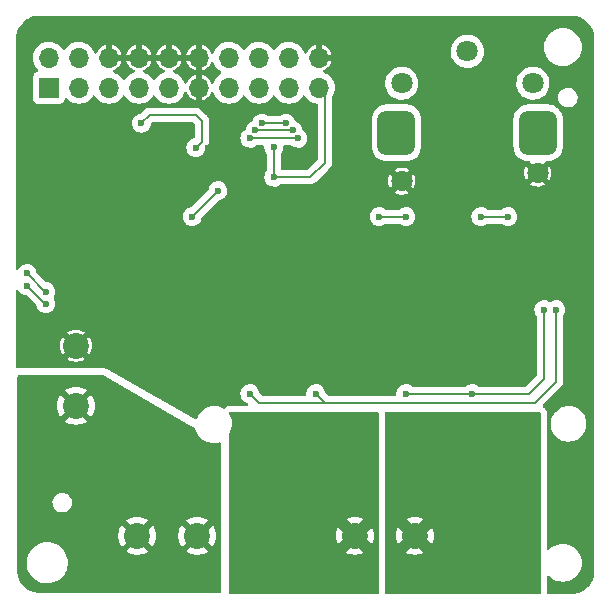
<source format=gbr>
%TF.GenerationSoftware,KiCad,Pcbnew,(6.0.2)*%
%TF.CreationDate,2022-04-08T22:45:36+03:00*%
%TF.ProjectId,pwm-controller,70776d2d-636f-46e7-9472-6f6c6c65722e,rev?*%
%TF.SameCoordinates,Original*%
%TF.FileFunction,Copper,L4,Bot*%
%TF.FilePolarity,Positive*%
%FSLAX46Y46*%
G04 Gerber Fmt 4.6, Leading zero omitted, Abs format (unit mm)*
G04 Created by KiCad (PCBNEW (6.0.2)) date 2022-04-08 22:45:36*
%MOMM*%
%LPD*%
G01*
G04 APERTURE LIST*
G04 Aperture macros list*
%AMRoundRect*
0 Rectangle with rounded corners*
0 $1 Rounding radius*
0 $2 $3 $4 $5 $6 $7 $8 $9 X,Y pos of 4 corners*
0 Add a 4 corners polygon primitive as box body*
4,1,4,$2,$3,$4,$5,$6,$7,$8,$9,$2,$3,0*
0 Add four circle primitives for the rounded corners*
1,1,$1+$1,$2,$3*
1,1,$1+$1,$4,$5*
1,1,$1+$1,$6,$7*
1,1,$1+$1,$8,$9*
0 Add four rect primitives between the rounded corners*
20,1,$1+$1,$2,$3,$4,$5,0*
20,1,$1+$1,$4,$5,$6,$7,0*
20,1,$1+$1,$6,$7,$8,$9,0*
20,1,$1+$1,$8,$9,$2,$3,0*%
G04 Aperture macros list end*
%TA.AperFunction,ComponentPad*%
%ADD10C,2.200000*%
%TD*%
%TA.AperFunction,ComponentPad*%
%ADD11RoundRect,0.800000X-0.800000X-1.100000X0.800000X-1.100000X0.800000X1.100000X-0.800000X1.100000X0*%
%TD*%
%TA.AperFunction,ComponentPad*%
%ADD12C,1.800000*%
%TD*%
%TA.AperFunction,ComponentPad*%
%ADD13R,1.700000X1.700000*%
%TD*%
%TA.AperFunction,ComponentPad*%
%ADD14O,1.700000X1.700000*%
%TD*%
%TA.AperFunction,ViaPad*%
%ADD15C,0.600000*%
%TD*%
%TA.AperFunction,Conductor*%
%ADD16C,0.200000*%
%TD*%
G04 APERTURE END LIST*
D10*
%TO.P,J1,1,Pin_1*%
%TO.N,GND*%
X81788000Y-104648000D03*
%TO.P,J1,2,Pin_2*%
%TO.N,VIN*%
X81788000Y-109728000D03*
%TD*%
D11*
%TO.P,SW1,*%
%TO.N,*%
X108935000Y-86626000D03*
X120935000Y-86626000D03*
D12*
%TO.P,SW1,A,A*%
%TO.N,Net-(R1-Pad1)*%
X109385000Y-82426000D03*
%TO.P,SW1,B,B*%
%TO.N,Net-(R2-Pad1)*%
X120485000Y-82426000D03*
%TO.P,SW1,C,C*%
%TO.N,GND*%
X109385000Y-90726000D03*
%TO.P,SW1,S1,S1*%
%TO.N,Net-(R5-Pad2)*%
X114935000Y-79726000D03*
%TO.P,SW1,S2,S2*%
%TO.N,GND*%
X120885000Y-90026000D03*
%TD*%
D13*
%TO.P,J2,1,Pin_1*%
%TO.N,URX*%
X79502000Y-82804000D03*
D14*
%TO.P,J2,2,Pin_2*%
%TO.N,SWIM*%
X79502000Y-80264000D03*
%TO.P,J2,3,Pin_3*%
%TO.N,UTX*%
X82042000Y-82804000D03*
%TO.P,J2,4,Pin_4*%
%TO.N,NRST*%
X82042000Y-80264000D03*
%TO.P,J2,5,Pin_5*%
%TO.N,SADD0*%
X84582000Y-82804000D03*
%TO.P,J2,6,Pin_6*%
%TO.N,GND*%
X84582000Y-80264000D03*
%TO.P,J2,7,Pin_7*%
%TO.N,SADD1*%
X87122000Y-82804000D03*
%TO.P,J2,8,Pin_8*%
%TO.N,GND*%
X87122000Y-80264000D03*
%TO.P,J2,9,Pin_9*%
%TO.N,SADD2*%
X89662000Y-82804000D03*
%TO.P,J2,10,Pin_10*%
%TO.N,GND*%
X89662000Y-80264000D03*
%TO.P,J2,11,Pin_11*%
X92202000Y-82804000D03*
%TO.P,J2,12,Pin_12*%
X92202000Y-80264000D03*
%TO.P,J2,13,Pin_13*%
%TO.N,INT*%
X94742000Y-82804000D03*
%TO.P,J2,14,Pin_14*%
X94742000Y-80264000D03*
%TO.P,J2,15,Pin_15*%
%TO.N,SCL*%
X97282000Y-82804000D03*
%TO.P,J2,16,Pin_16*%
X97282000Y-80264000D03*
%TO.P,J2,17,Pin_17*%
%TO.N,SDA*%
X99822000Y-82804000D03*
%TO.P,J2,18,Pin_18*%
X99822000Y-80264000D03*
%TO.P,J2,19,Pin_19*%
%TO.N,+5V*%
X102362000Y-82804000D03*
%TO.P,J2,20,Pin_20*%
%TO.N,GND*%
X102362000Y-80264000D03*
%TD*%
D10*
%TO.P,J4,1,Pin_1*%
%TO.N,DRAIN2*%
X105410000Y-120739000D03*
%TO.P,J4,2,Pin_2*%
%TO.N,DRAIN1*%
X110490000Y-120739000D03*
%TD*%
%TO.P,J3,1,Pin_1*%
%TO.N,VIN*%
X86995000Y-120739000D03*
%TO.P,J3,2,Pin_2*%
X92075000Y-120739000D03*
%TD*%
D15*
%TO.N,GND*%
X112395000Y-104140000D03*
X79248000Y-91186000D03*
X97155000Y-106680000D03*
X92075000Y-106680000D03*
X101578900Y-85613931D03*
X124460000Y-101600000D03*
X86995000Y-104140000D03*
X117475000Y-101600000D03*
X86995000Y-106680000D03*
X99695000Y-101600000D03*
X114935000Y-104140000D03*
X104775000Y-106680000D03*
X85344000Y-89916000D03*
X86995000Y-101600000D03*
X89535000Y-104140000D03*
X84074000Y-93688000D03*
X97155000Y-101600000D03*
X94615000Y-106680000D03*
X109855000Y-101600000D03*
X80264000Y-92456000D03*
X102235000Y-104140000D03*
X91186000Y-97332800D03*
X114935000Y-106680000D03*
X84836000Y-98768000D03*
X92075000Y-104140000D03*
X106934000Y-95212000D03*
X99695000Y-106680000D03*
X114935000Y-101600000D03*
X78232000Y-88900000D03*
X120142000Y-95212000D03*
X94615000Y-101600000D03*
X112395000Y-101600000D03*
X124460000Y-106680000D03*
X94615000Y-104140000D03*
X101600000Y-88176000D03*
X101600000Y-86878010D03*
X117348000Y-95212000D03*
X104775000Y-104140000D03*
X106426000Y-98933000D03*
X102235000Y-106680000D03*
X109855000Y-106680000D03*
X81788000Y-98768000D03*
X120015000Y-101600000D03*
X120015000Y-106680000D03*
X107315000Y-106680000D03*
X120015000Y-104140000D03*
X89535000Y-101600000D03*
X89535000Y-106680000D03*
X104775000Y-101600000D03*
X92075000Y-101600000D03*
X92964000Y-87884000D03*
X97155000Y-104140000D03*
X98552000Y-97332800D03*
X102235000Y-101600000D03*
X124460000Y-104140000D03*
X99695000Y-104140000D03*
X112395000Y-106680000D03*
X109728000Y-95212000D03*
X109855000Y-104140000D03*
X117475000Y-106680000D03*
X107315000Y-101600000D03*
X107315000Y-104140000D03*
X116840000Y-98933000D03*
X117475000Y-104140000D03*
X80334764Y-89986764D03*
%TO.N,RE_Q*%
X100584000Y-87084000D03*
X96520000Y-87084000D03*
%TO.N,RE_I*%
X99568000Y-85814000D03*
X97536000Y-85814000D03*
%TO.N,RE_B*%
X96970313Y-86414000D03*
X100136870Y-86410905D03*
%TO.N,LED1*%
X79248000Y-101092000D03*
X77632000Y-99568000D03*
%TO.N,LED2*%
X77649645Y-98533558D03*
X79248000Y-100076000D03*
%TO.N,DRAIN1*%
X115570000Y-116840000D03*
X118110000Y-124460000D03*
X113030000Y-114300000D03*
X110490000Y-124460000D03*
X113030000Y-116840000D03*
X110490000Y-116840000D03*
X115570000Y-119380000D03*
X113030000Y-119380000D03*
X118110000Y-116840000D03*
X115570000Y-114300000D03*
X118110000Y-119380000D03*
X118110000Y-114300000D03*
X118110000Y-121920000D03*
X110490000Y-114300000D03*
X113030000Y-121920000D03*
X115570000Y-121920000D03*
X115570000Y-124460000D03*
X113030000Y-124460000D03*
%TO.N,DRAIN2*%
X105410000Y-114300000D03*
X97790000Y-114300000D03*
X100330000Y-119380000D03*
X97790000Y-116840000D03*
X105410000Y-116840000D03*
X102870000Y-124460000D03*
X102870000Y-121920000D03*
X105410000Y-124460000D03*
X97790000Y-124460000D03*
X100330000Y-114300000D03*
X100330000Y-116840000D03*
X100330000Y-121920000D03*
X102870000Y-116840000D03*
X102870000Y-119380000D03*
X102870000Y-114300000D03*
X97790000Y-119380000D03*
X100330000Y-124460000D03*
X97790000Y-121920000D03*
%TO.N,/channel1/GATE*%
X115316000Y-108712000D03*
X121412000Y-101600000D03*
X109728000Y-108712000D03*
%TO.N,/channel2/GATE*%
X96520000Y-108712000D03*
X122428000Y-101600000D03*
X102108000Y-108712000D03*
%TO.N,VIN*%
X79375000Y-114300000D03*
X79375000Y-119380000D03*
X89522400Y-119380000D03*
X84455000Y-119380000D03*
X81915000Y-114300000D03*
X86995000Y-124460000D03*
X86995000Y-116840000D03*
X89535000Y-116840000D03*
X86995000Y-114300000D03*
X89535000Y-124460000D03*
X86995000Y-111760000D03*
X79375000Y-116840000D03*
X81915000Y-116840000D03*
X84455000Y-109207400D03*
X89535000Y-121907400D03*
X79375000Y-111747400D03*
X84455000Y-121907400D03*
X84455000Y-114300000D03*
X84455000Y-111760000D03*
X84455000Y-116840000D03*
X92075000Y-116840000D03*
X89535000Y-114300000D03*
X84455000Y-124460000D03*
X79375000Y-109207400D03*
X81915000Y-119380000D03*
X92075000Y-114287400D03*
X92075000Y-124460000D03*
X89535000Y-111747400D03*
%TO.N,+5V*%
X91643200Y-93726000D03*
X98552000Y-87846000D03*
X93814994Y-91528994D03*
X118364000Y-93726000D03*
X107480000Y-93726000D03*
X116078000Y-93726000D03*
X98552000Y-90386000D03*
X109728000Y-93726000D03*
%TO.N,/INT_PIN*%
X91948000Y-87884000D03*
X87332735Y-85808735D03*
%TD*%
D16*
%TO.N,GND*%
X97155000Y-101600000D02*
X94615000Y-101600000D01*
X107315000Y-106680000D02*
X104775000Y-106680000D01*
X114935000Y-104140000D02*
X112395000Y-104140000D01*
X124460000Y-101600000D02*
X124460000Y-104140000D01*
X104775000Y-106680000D02*
X102235000Y-106680000D01*
X112395000Y-106680000D02*
X109855000Y-106680000D01*
X109855000Y-104140000D02*
X107315000Y-104140000D01*
X109855000Y-106680000D02*
X107315000Y-106680000D01*
X97155000Y-106680000D02*
X99695000Y-106680000D01*
X112395000Y-101600000D02*
X114935000Y-101600000D01*
X97155000Y-104140000D02*
X97155000Y-106680000D01*
X89535000Y-101600000D02*
X89535000Y-104140000D01*
X97155000Y-106680000D02*
X94615000Y-106680000D01*
X107315000Y-104140000D02*
X104775000Y-104140000D01*
X117475000Y-106680000D02*
X114935000Y-106680000D01*
X89535000Y-104140000D02*
X86995000Y-104140000D01*
X112395000Y-104140000D02*
X109855000Y-104140000D01*
X97155000Y-104140000D02*
X99695000Y-104140000D01*
X120015000Y-104140000D02*
X120015000Y-106680000D01*
X92075000Y-101600000D02*
X89535000Y-101600000D01*
X92075000Y-106680000D02*
X89535000Y-106680000D01*
X102235000Y-101600000D02*
X99695000Y-101600000D01*
X92075000Y-104140000D02*
X94615000Y-104140000D01*
X94615000Y-101600000D02*
X92075000Y-101600000D01*
X107315000Y-101600000D02*
X109855000Y-101600000D01*
X124460000Y-104140000D02*
X124460000Y-106680000D01*
X120015000Y-106680000D02*
X117475000Y-106680000D01*
X104775000Y-104140000D02*
X102235000Y-104140000D01*
X94615000Y-106680000D02*
X92075000Y-106680000D01*
X102235000Y-101600000D02*
X104775000Y-101600000D01*
X89535000Y-106680000D02*
X86995000Y-106680000D01*
X89535000Y-101600000D02*
X86995000Y-101600000D01*
X117475000Y-104140000D02*
X114935000Y-104140000D01*
X94615000Y-104140000D02*
X97155000Y-104140000D01*
X120015000Y-104140000D02*
X120015000Y-101600000D01*
X89535000Y-106680000D02*
X89535000Y-104140000D01*
X114935000Y-106680000D02*
X112395000Y-106680000D01*
X104775000Y-101600000D02*
X107315000Y-101600000D01*
X99695000Y-101600000D02*
X97155000Y-101600000D01*
X114935000Y-101600000D02*
X117475000Y-101600000D01*
X89535000Y-104140000D02*
X92075000Y-104140000D01*
X102235000Y-106680000D02*
X99695000Y-106680000D01*
X99695000Y-104140000D02*
X102235000Y-104140000D01*
X86995000Y-101600000D02*
X86995000Y-106680000D01*
X109855000Y-101600000D02*
X112395000Y-101600000D01*
X117475000Y-101600000D02*
X120015000Y-101600000D01*
X120015000Y-104140000D02*
X117475000Y-104140000D01*
%TO.N,RE_Q*%
X96520000Y-87084000D02*
X100584000Y-87084000D01*
%TO.N,RE_I*%
X97536000Y-85814000D02*
X99568000Y-85814000D01*
%TO.N,RE_B*%
X96970313Y-86414000D02*
X100133775Y-86414000D01*
X100133775Y-86414000D02*
X100136870Y-86410905D01*
%TO.N,LED1*%
X77632000Y-99568000D02*
X79156000Y-101092000D01*
X79156000Y-101092000D02*
X79248000Y-101092000D01*
%TO.N,LED2*%
X77649645Y-98533558D02*
X79192087Y-100076000D01*
X79192087Y-100076000D02*
X79248000Y-100076000D01*
%TO.N,DRAIN1*%
X113030000Y-121920000D02*
X113030000Y-119380000D01*
X118110000Y-116840000D02*
X118110000Y-119380000D01*
X118110000Y-124460000D02*
X115570000Y-124460000D01*
X115570000Y-121920000D02*
X113030000Y-121920000D01*
X113030000Y-119380000D02*
X115570000Y-119380000D01*
X118110000Y-114300000D02*
X115570000Y-114300000D01*
X115570000Y-119380000D02*
X118110000Y-119380000D01*
X115570000Y-124460000D02*
X113030000Y-124460000D01*
X115570000Y-114300000D02*
X113030000Y-114300000D01*
X118110000Y-121920000D02*
X115570000Y-121920000D01*
X118110000Y-121920000D02*
X118110000Y-124460000D01*
X113030000Y-121920000D02*
X110490000Y-124460000D01*
X115570000Y-116840000D02*
X118110000Y-116840000D01*
X113030000Y-114300000D02*
X110490000Y-114300000D01*
X113030000Y-124460000D02*
X110490000Y-124460000D01*
X113030000Y-124460000D02*
X113030000Y-121920000D01*
X118110000Y-116840000D02*
X118110000Y-114300000D01*
X110490000Y-116840000D02*
X113030000Y-116840000D01*
X113030000Y-119380000D02*
X110490000Y-116840000D01*
X113030000Y-116840000D02*
X115570000Y-116840000D01*
X118110000Y-119380000D02*
X118110000Y-121920000D01*
X110490000Y-114300000D02*
X110490000Y-116840000D01*
%TO.N,DRAIN2*%
X102870000Y-116840000D02*
X100330000Y-116840000D01*
X97790000Y-121920000D02*
X97790000Y-119380000D01*
X97790000Y-124460000D02*
X100330000Y-124460000D01*
X102870000Y-124460000D02*
X102870000Y-121920000D01*
X105410000Y-116840000D02*
X102870000Y-116840000D01*
X97790000Y-116840000D02*
X97790000Y-119380000D01*
X102870000Y-124460000D02*
X105410000Y-124460000D01*
X100330000Y-124460000D02*
X102870000Y-124460000D01*
X100330000Y-116840000D02*
X97790000Y-116840000D01*
X102870000Y-119380000D02*
X102870000Y-121920000D01*
X97790000Y-114300000D02*
X100330000Y-114300000D01*
X97790000Y-116840000D02*
X97790000Y-114300000D01*
X102870000Y-121920000D02*
X100330000Y-121920000D01*
X100330000Y-121920000D02*
X97790000Y-121920000D01*
X102870000Y-114300000D02*
X105410000Y-114300000D01*
X105410000Y-124460000D02*
X102870000Y-121920000D01*
X105410000Y-114300000D02*
X105410000Y-116840000D01*
X97790000Y-121920000D02*
X97790000Y-124460000D01*
X100330000Y-119380000D02*
X102870000Y-119380000D01*
X97790000Y-119380000D02*
X100330000Y-119380000D01*
X102870000Y-119380000D02*
X105410000Y-116840000D01*
X100330000Y-114300000D02*
X102870000Y-114300000D01*
%TO.N,/channel1/GATE*%
X115316000Y-108712000D02*
X120142000Y-108712000D01*
X121412000Y-101600000D02*
X121412000Y-107442000D01*
X115316000Y-108712000D02*
X109728000Y-108712000D01*
X121412000Y-107442000D02*
X120142000Y-108712000D01*
%TO.N,/channel2/GATE*%
X120650000Y-109474000D02*
X122428000Y-107696000D01*
X97282000Y-109474000D02*
X96520000Y-108712000D01*
X102870000Y-109474000D02*
X120650000Y-109474000D01*
X102870000Y-109474000D02*
X102108000Y-108712000D01*
X122428000Y-101600000D02*
X122428000Y-107696000D01*
X102870000Y-109474000D02*
X97282000Y-109474000D01*
%TO.N,VIN*%
X89535000Y-114300000D02*
X89535000Y-116840000D01*
X79375000Y-114300000D02*
X79375000Y-109207400D01*
X81915000Y-114300000D02*
X79375000Y-111760000D01*
X84455000Y-111760000D02*
X81915000Y-114300000D01*
X89535000Y-116840000D02*
X86995000Y-116840000D01*
X86995000Y-116840000D02*
X89522400Y-119367400D01*
X86995000Y-124460000D02*
X89535000Y-124460000D01*
X84442400Y-121907400D02*
X84455000Y-121907400D01*
X81915000Y-114300000D02*
X79375000Y-114300000D01*
X92075000Y-124460000D02*
X89535000Y-121920000D01*
X84455000Y-114300000D02*
X86995000Y-114300000D01*
X84455000Y-114300000D02*
X84455000Y-111760000D01*
X89535000Y-121920000D02*
X89535000Y-121907400D01*
X92062400Y-114300000D02*
X92075000Y-114287400D01*
X84455000Y-111760000D02*
X84455000Y-109207400D01*
X86995000Y-114300000D02*
X89535000Y-114300000D01*
X84455000Y-121907400D02*
X84455000Y-124460000D01*
X92075000Y-116840000D02*
X89547600Y-119367400D01*
X89535000Y-114300000D02*
X92075000Y-116840000D01*
X81915000Y-114300000D02*
X84455000Y-114300000D01*
X89522400Y-111760000D02*
X89535000Y-111747400D01*
X86995000Y-114300000D02*
X86995000Y-116840000D01*
X81915000Y-116840000D02*
X81915000Y-114300000D01*
X92075000Y-116840000D02*
X89535000Y-116840000D01*
X89535000Y-119367400D02*
X89522400Y-119380000D01*
X81915000Y-119380000D02*
X84455000Y-119380000D01*
X92075000Y-114287400D02*
X92075000Y-116840000D01*
X81915000Y-116840000D02*
X79375000Y-116840000D01*
X81915000Y-119380000D02*
X81915000Y-116840000D01*
X84455000Y-111760000D02*
X86995000Y-111760000D01*
X81915000Y-119380000D02*
X84442400Y-121907400D01*
X86995000Y-124460000D02*
X89535000Y-121920000D01*
X86995000Y-116840000D02*
X84455000Y-116840000D01*
X84455000Y-114300000D02*
X84455000Y-116840000D01*
X86995000Y-114300000D02*
X86995000Y-111760000D01*
X79375000Y-119380000D02*
X79375000Y-116840000D01*
X86995000Y-111760000D02*
X89522400Y-111760000D01*
X89522400Y-119367400D02*
X89522400Y-119380000D01*
X84455000Y-124460000D02*
X86995000Y-124460000D01*
X79375000Y-114300000D02*
X79375000Y-116840000D01*
X79375000Y-119380000D02*
X81915000Y-119380000D01*
X89535000Y-114300000D02*
X89535000Y-111747400D01*
X84455000Y-119380000D02*
X84455000Y-121907400D01*
X84455000Y-119380000D02*
X84455000Y-116840000D01*
X86995000Y-111760000D02*
X84455000Y-109220000D01*
X89535000Y-124460000D02*
X92075000Y-124460000D01*
X89547600Y-119367400D02*
X89535000Y-119367400D01*
X89535000Y-114300000D02*
X92062400Y-114300000D01*
X84455000Y-116840000D02*
X81915000Y-116840000D01*
%TO.N,+5V*%
X116078000Y-93726000D02*
X118364000Y-93726000D01*
X98552000Y-90386000D02*
X101638000Y-90386000D01*
X102870000Y-89154000D02*
X102870000Y-83312000D01*
X93814994Y-91528994D02*
X91617988Y-93726000D01*
X98552000Y-90386000D02*
X98552000Y-87846000D01*
X107480000Y-93726000D02*
X109728000Y-93726000D01*
X102870000Y-83312000D02*
X102362000Y-82804000D01*
X101638000Y-90386000D02*
X102870000Y-89154000D01*
X91617988Y-93726000D02*
X91643200Y-93726000D01*
%TO.N,/INT_PIN*%
X88051470Y-85090000D02*
X91948000Y-85090000D01*
X92456000Y-87376000D02*
X91948000Y-87884000D01*
X87332735Y-85808735D02*
X88051470Y-85090000D01*
X91948000Y-85090000D02*
X92456000Y-85598000D01*
X92456000Y-85598000D02*
X92456000Y-87376000D01*
%TD*%
%TA.AperFunction,Conductor*%
%TO.N,VIN*%
G36*
X84103052Y-107166601D02*
G01*
X91407522Y-111340584D01*
X91855648Y-111596656D01*
X91904869Y-111647820D01*
X91915652Y-111676640D01*
X91938580Y-111772139D01*
X91938582Y-111772146D01*
X91939738Y-111776960D01*
X92038253Y-112014797D01*
X92172762Y-112234295D01*
X92339951Y-112430049D01*
X92535705Y-112597238D01*
X92755203Y-112731747D01*
X92759773Y-112733640D01*
X92759777Y-112733642D01*
X92988467Y-112828368D01*
X92993040Y-112830262D01*
X93048413Y-112843556D01*
X93238547Y-112889204D01*
X93238553Y-112889205D01*
X93243360Y-112890359D01*
X93333179Y-112897428D01*
X93433288Y-112905307D01*
X93433297Y-112905307D01*
X93435745Y-112905500D01*
X93564255Y-112905500D01*
X93566703Y-112905307D01*
X93566712Y-112905307D01*
X93666821Y-112897428D01*
X93756640Y-112890359D01*
X93761447Y-112889205D01*
X93761453Y-112889204D01*
X93892629Y-112857711D01*
X93951587Y-112843556D01*
X94022493Y-112847103D01*
X94080228Y-112888423D01*
X94106458Y-112954396D01*
X94107000Y-112966075D01*
X94107000Y-125439000D01*
X94086998Y-125507121D01*
X94033342Y-125553614D01*
X93981000Y-125565000D01*
X78750117Y-125565000D01*
X78733671Y-125563922D01*
X78714229Y-125561362D01*
X78714225Y-125561362D01*
X78706698Y-125560371D01*
X78699152Y-125561204D01*
X78699144Y-125561204D01*
X78688902Y-125562335D01*
X78666838Y-125562826D01*
X78464812Y-125549585D01*
X78448471Y-125547434D01*
X78225403Y-125503063D01*
X78209482Y-125498797D01*
X77994114Y-125425689D01*
X77978888Y-125419382D01*
X77774908Y-125318790D01*
X77760634Y-125310549D01*
X77571530Y-125184194D01*
X77558454Y-125174161D01*
X77387455Y-125024199D01*
X77375801Y-125012545D01*
X77225839Y-124841546D01*
X77215806Y-124828470D01*
X77089451Y-124639366D01*
X77081210Y-124625092D01*
X76980618Y-124421112D01*
X76974311Y-124405886D01*
X76901203Y-124190518D01*
X76896937Y-124174597D01*
X76852566Y-123951529D01*
X76850415Y-123935189D01*
X76837883Y-123743983D01*
X76838733Y-123721599D01*
X76838630Y-123721591D01*
X76838836Y-123718882D01*
X76838870Y-123717993D01*
X76839524Y-123713396D01*
X76839664Y-123700000D01*
X76838854Y-123693302D01*
X76835913Y-123669003D01*
X76835000Y-123653866D01*
X76835000Y-122933904D01*
X77636778Y-122933904D01*
X77642999Y-123197877D01*
X77643833Y-123202582D01*
X77674077Y-123373232D01*
X77689077Y-123457871D01*
X77773952Y-123707905D01*
X77895671Y-123942223D01*
X78051432Y-124155434D01*
X78054803Y-124158823D01*
X78054805Y-124158825D01*
X78234276Y-124339238D01*
X78234281Y-124339242D01*
X78237652Y-124342631D01*
X78450044Y-124499506D01*
X78454282Y-124501736D01*
X78454284Y-124501737D01*
X78679486Y-124620222D01*
X78679493Y-124620225D01*
X78683722Y-124622450D01*
X78933307Y-124708633D01*
X79193057Y-124756072D01*
X79277550Y-124760500D01*
X79442136Y-124760500D01*
X79444515Y-124760319D01*
X79444516Y-124760319D01*
X79633519Y-124745942D01*
X79633524Y-124745941D01*
X79638286Y-124745579D01*
X79642939Y-124744500D01*
X79642942Y-124744500D01*
X79890848Y-124687038D01*
X79890847Y-124687038D01*
X79895512Y-124685957D01*
X80140761Y-124588113D01*
X80368388Y-124454298D01*
X80372099Y-124451277D01*
X80372103Y-124451274D01*
X80569443Y-124290614D01*
X80573155Y-124287592D01*
X80576364Y-124284047D01*
X80576369Y-124284042D01*
X80747139Y-124095377D01*
X80747142Y-124095373D01*
X80750349Y-124091830D01*
X80848387Y-123943431D01*
X80893257Y-123875511D01*
X80893258Y-123875509D01*
X80895894Y-123871519D01*
X80965009Y-123721599D01*
X81004434Y-123636079D01*
X81004435Y-123636076D01*
X81006440Y-123631727D01*
X81055154Y-123462399D01*
X81078121Y-123382566D01*
X81078122Y-123382562D01*
X81079442Y-123377973D01*
X81103290Y-123193097D01*
X81112611Y-123120833D01*
X81113222Y-123116096D01*
X81107001Y-122852123D01*
X81092342Y-122769412D01*
X81061757Y-122596833D01*
X81061756Y-122596829D01*
X81060923Y-122592129D01*
X80976048Y-122342095D01*
X80891057Y-122178481D01*
X80856538Y-122112029D01*
X80856536Y-122112026D01*
X80854329Y-122107777D01*
X80813611Y-122052040D01*
X80808022Y-122044390D01*
X86054440Y-122044390D01*
X86060167Y-122052040D01*
X86258506Y-122173583D01*
X86267300Y-122178064D01*
X86491991Y-122271134D01*
X86501376Y-122274183D01*
X86737863Y-122330959D01*
X86747610Y-122332502D01*
X86990070Y-122351584D01*
X86999930Y-122351584D01*
X87242390Y-122332502D01*
X87252137Y-122330959D01*
X87488624Y-122274183D01*
X87498009Y-122271134D01*
X87722700Y-122178064D01*
X87731494Y-122173583D01*
X87926167Y-122054287D01*
X87935120Y-122044390D01*
X91134440Y-122044390D01*
X91140167Y-122052040D01*
X91338506Y-122173583D01*
X91347300Y-122178064D01*
X91571991Y-122271134D01*
X91581376Y-122274183D01*
X91817863Y-122330959D01*
X91827610Y-122332502D01*
X92070070Y-122351584D01*
X92079930Y-122351584D01*
X92322390Y-122332502D01*
X92332137Y-122330959D01*
X92568624Y-122274183D01*
X92578009Y-122271134D01*
X92802700Y-122178064D01*
X92811494Y-122173583D01*
X93006167Y-122054287D01*
X93015627Y-122043830D01*
X93011844Y-122035054D01*
X92087812Y-121111022D01*
X92073868Y-121103408D01*
X92072035Y-121103539D01*
X92065420Y-121107790D01*
X91141200Y-122032010D01*
X91134440Y-122044390D01*
X87935120Y-122044390D01*
X87935627Y-122043830D01*
X87931844Y-122035054D01*
X87007812Y-121111022D01*
X86993868Y-121103408D01*
X86992035Y-121103539D01*
X86985420Y-121107790D01*
X86061200Y-122032010D01*
X86054440Y-122044390D01*
X80808022Y-122044390D01*
X80701390Y-121898429D01*
X80698568Y-121894566D01*
X80695195Y-121891175D01*
X80515724Y-121710762D01*
X80515719Y-121710758D01*
X80512348Y-121707369D01*
X80299956Y-121550494D01*
X80157405Y-121475494D01*
X80070514Y-121429778D01*
X80070507Y-121429775D01*
X80066278Y-121427550D01*
X79816693Y-121341367D01*
X79556943Y-121293928D01*
X79472450Y-121289500D01*
X79307864Y-121289500D01*
X79305485Y-121289681D01*
X79305484Y-121289681D01*
X79116481Y-121304058D01*
X79116476Y-121304059D01*
X79111714Y-121304421D01*
X79107061Y-121305500D01*
X79107058Y-121305500D01*
X78945571Y-121342931D01*
X78854488Y-121364043D01*
X78609239Y-121461887D01*
X78381612Y-121595702D01*
X78377901Y-121598723D01*
X78377897Y-121598726D01*
X78278608Y-121679560D01*
X78176845Y-121762408D01*
X78173636Y-121765953D01*
X78173631Y-121765958D01*
X78002861Y-121954623D01*
X78002858Y-121954627D01*
X77999651Y-121958170D01*
X77997019Y-121962155D01*
X77997016Y-121962158D01*
X77903372Y-122103907D01*
X77854106Y-122178481D01*
X77852105Y-122182822D01*
X77852102Y-122182827D01*
X77776591Y-122346623D01*
X77743560Y-122418273D01*
X77742236Y-122422874D01*
X77742236Y-122422875D01*
X77693544Y-122592129D01*
X77670558Y-122672027D01*
X77669947Y-122676762D01*
X77669946Y-122676768D01*
X77637389Y-122929167D01*
X77636778Y-122933904D01*
X76835000Y-122933904D01*
X76835000Y-120743930D01*
X85382416Y-120743930D01*
X85401498Y-120986390D01*
X85403041Y-120996137D01*
X85459817Y-121232624D01*
X85462866Y-121242009D01*
X85555936Y-121466700D01*
X85560417Y-121475494D01*
X85679713Y-121670167D01*
X85690170Y-121679627D01*
X85698946Y-121675844D01*
X86622978Y-120751812D01*
X86629356Y-120740132D01*
X87359408Y-120740132D01*
X87359539Y-120741965D01*
X87363790Y-120748580D01*
X88288010Y-121672800D01*
X88300390Y-121679560D01*
X88308040Y-121673833D01*
X88429583Y-121475494D01*
X88434064Y-121466700D01*
X88527134Y-121242009D01*
X88530183Y-121232624D01*
X88586959Y-120996137D01*
X88588502Y-120986390D01*
X88607584Y-120743930D01*
X90462416Y-120743930D01*
X90481498Y-120986390D01*
X90483041Y-120996137D01*
X90539817Y-121232624D01*
X90542866Y-121242009D01*
X90635936Y-121466700D01*
X90640417Y-121475494D01*
X90759713Y-121670167D01*
X90770170Y-121679627D01*
X90778946Y-121675844D01*
X91702978Y-120751812D01*
X91709356Y-120740132D01*
X92439408Y-120740132D01*
X92439539Y-120741965D01*
X92443790Y-120748580D01*
X93368010Y-121672800D01*
X93380390Y-121679560D01*
X93388040Y-121673833D01*
X93509583Y-121475494D01*
X93514064Y-121466700D01*
X93607134Y-121242009D01*
X93610183Y-121232624D01*
X93666959Y-120996137D01*
X93668502Y-120986390D01*
X93687584Y-120743930D01*
X93687584Y-120734070D01*
X93668502Y-120491610D01*
X93666959Y-120481863D01*
X93610183Y-120245376D01*
X93607134Y-120235991D01*
X93514064Y-120011300D01*
X93509583Y-120002506D01*
X93390287Y-119807833D01*
X93379830Y-119798373D01*
X93371054Y-119802156D01*
X92447022Y-120726188D01*
X92439408Y-120740132D01*
X91709356Y-120740132D01*
X91710592Y-120737868D01*
X91710461Y-120736035D01*
X91706210Y-120729420D01*
X90781990Y-119805200D01*
X90769610Y-119798440D01*
X90761960Y-119804167D01*
X90640417Y-120002506D01*
X90635936Y-120011300D01*
X90542866Y-120235991D01*
X90539817Y-120245376D01*
X90483041Y-120481863D01*
X90481498Y-120491610D01*
X90462416Y-120734070D01*
X90462416Y-120743930D01*
X88607584Y-120743930D01*
X88607584Y-120734070D01*
X88588502Y-120491610D01*
X88586959Y-120481863D01*
X88530183Y-120245376D01*
X88527134Y-120235991D01*
X88434064Y-120011300D01*
X88429583Y-120002506D01*
X88310287Y-119807833D01*
X88299830Y-119798373D01*
X88291054Y-119802156D01*
X87367022Y-120726188D01*
X87359408Y-120740132D01*
X86629356Y-120740132D01*
X86630592Y-120737868D01*
X86630461Y-120736035D01*
X86626210Y-120729420D01*
X85701990Y-119805200D01*
X85689610Y-119798440D01*
X85681960Y-119804167D01*
X85560417Y-120002506D01*
X85555936Y-120011300D01*
X85462866Y-120235991D01*
X85459817Y-120245376D01*
X85403041Y-120481863D01*
X85401498Y-120491610D01*
X85382416Y-120734070D01*
X85382416Y-120743930D01*
X76835000Y-120743930D01*
X76835000Y-119434170D01*
X86054373Y-119434170D01*
X86058156Y-119442946D01*
X86982188Y-120366978D01*
X86996132Y-120374592D01*
X86997965Y-120374461D01*
X87004580Y-120370210D01*
X87928800Y-119445990D01*
X87935254Y-119434170D01*
X91134373Y-119434170D01*
X91138156Y-119442946D01*
X92062188Y-120366978D01*
X92076132Y-120374592D01*
X92077965Y-120374461D01*
X92084580Y-120370210D01*
X93008800Y-119445990D01*
X93015560Y-119433610D01*
X93009833Y-119425960D01*
X92811494Y-119304417D01*
X92802700Y-119299936D01*
X92578009Y-119206866D01*
X92568624Y-119203817D01*
X92332137Y-119147041D01*
X92322390Y-119145498D01*
X92079930Y-119126416D01*
X92070070Y-119126416D01*
X91827610Y-119145498D01*
X91817863Y-119147041D01*
X91581376Y-119203817D01*
X91571991Y-119206866D01*
X91347300Y-119299936D01*
X91338506Y-119304417D01*
X91143833Y-119423713D01*
X91134373Y-119434170D01*
X87935254Y-119434170D01*
X87935560Y-119433610D01*
X87929833Y-119425960D01*
X87731494Y-119304417D01*
X87722700Y-119299936D01*
X87498009Y-119206866D01*
X87488624Y-119203817D01*
X87252137Y-119147041D01*
X87242390Y-119145498D01*
X86999930Y-119126416D01*
X86990070Y-119126416D01*
X86747610Y-119145498D01*
X86737863Y-119147041D01*
X86501376Y-119203817D01*
X86491991Y-119206866D01*
X86267300Y-119299936D01*
X86258506Y-119304417D01*
X86063833Y-119423713D01*
X86054373Y-119434170D01*
X76835000Y-119434170D01*
X76835000Y-117898367D01*
X79810906Y-117898367D01*
X79820349Y-118078564D01*
X79822162Y-118085144D01*
X79822162Y-118085147D01*
X79864363Y-118238351D01*
X79868268Y-118252530D01*
X79952424Y-118412148D01*
X79956826Y-118417357D01*
X79956828Y-118417360D01*
X80064487Y-118544757D01*
X80064491Y-118544761D01*
X80068894Y-118549971D01*
X80074318Y-118554118D01*
X80074319Y-118554119D01*
X80206821Y-118655425D01*
X80206825Y-118655428D01*
X80212242Y-118659569D01*
X80218422Y-118662451D01*
X80218424Y-118662452D01*
X80286066Y-118693994D01*
X80375780Y-118735828D01*
X80453984Y-118753309D01*
X80546835Y-118774064D01*
X80546841Y-118774065D01*
X80551879Y-118775191D01*
X80557406Y-118775500D01*
X80690077Y-118775500D01*
X80824389Y-118760909D01*
X80995409Y-118703355D01*
X81150080Y-118610419D01*
X81155042Y-118605727D01*
X81276229Y-118491126D01*
X81276231Y-118491124D01*
X81281187Y-118486437D01*
X81382612Y-118337195D01*
X81414059Y-118258572D01*
X81447089Y-118175992D01*
X81447090Y-118175987D01*
X81449623Y-118169655D01*
X81479094Y-117991633D01*
X81469651Y-117811436D01*
X81442815Y-117714008D01*
X81423545Y-117644052D01*
X81421732Y-117637470D01*
X81337576Y-117477852D01*
X81333174Y-117472643D01*
X81333172Y-117472640D01*
X81225513Y-117345243D01*
X81225509Y-117345239D01*
X81221106Y-117340029D01*
X81215681Y-117335881D01*
X81083179Y-117234575D01*
X81083175Y-117234572D01*
X81077758Y-117230431D01*
X81071578Y-117227549D01*
X81071576Y-117227548D01*
X80991399Y-117190161D01*
X80914220Y-117154172D01*
X80798718Y-117128354D01*
X80743165Y-117115936D01*
X80743159Y-117115935D01*
X80738121Y-117114809D01*
X80732594Y-117114500D01*
X80599923Y-117114500D01*
X80465611Y-117129091D01*
X80294591Y-117186645D01*
X80139920Y-117279581D01*
X80134960Y-117284272D01*
X80134958Y-117284273D01*
X80070485Y-117345243D01*
X80008813Y-117403563D01*
X79907388Y-117552805D01*
X79904855Y-117559139D01*
X79904853Y-117559142D01*
X79842911Y-117714008D01*
X79842910Y-117714013D01*
X79840377Y-117720345D01*
X79810906Y-117898367D01*
X76835000Y-117898367D01*
X76835000Y-111033390D01*
X80847440Y-111033390D01*
X80853167Y-111041040D01*
X81051506Y-111162583D01*
X81060300Y-111167064D01*
X81284991Y-111260134D01*
X81294376Y-111263183D01*
X81530863Y-111319959D01*
X81540610Y-111321502D01*
X81783070Y-111340584D01*
X81792930Y-111340584D01*
X82035390Y-111321502D01*
X82045137Y-111319959D01*
X82281624Y-111263183D01*
X82291009Y-111260134D01*
X82515700Y-111167064D01*
X82524494Y-111162583D01*
X82719167Y-111043287D01*
X82728627Y-111032830D01*
X82724844Y-111024054D01*
X81800812Y-110100022D01*
X81786868Y-110092408D01*
X81785035Y-110092539D01*
X81778420Y-110096790D01*
X80854200Y-111021010D01*
X80847440Y-111033390D01*
X76835000Y-111033390D01*
X76835000Y-109732930D01*
X80175416Y-109732930D01*
X80194498Y-109975390D01*
X80196041Y-109985137D01*
X80252817Y-110221624D01*
X80255866Y-110231009D01*
X80348936Y-110455700D01*
X80353417Y-110464494D01*
X80472713Y-110659167D01*
X80483170Y-110668627D01*
X80491946Y-110664844D01*
X81415978Y-109740812D01*
X81422356Y-109729132D01*
X82152408Y-109729132D01*
X82152539Y-109730965D01*
X82156790Y-109737580D01*
X83081010Y-110661800D01*
X83093390Y-110668560D01*
X83101040Y-110662833D01*
X83222583Y-110464494D01*
X83227064Y-110455700D01*
X83320134Y-110231009D01*
X83323183Y-110221624D01*
X83379959Y-109985137D01*
X83381502Y-109975390D01*
X83400584Y-109732930D01*
X83400584Y-109723070D01*
X83381502Y-109480610D01*
X83379959Y-109470863D01*
X83323183Y-109234376D01*
X83320134Y-109224991D01*
X83227064Y-109000300D01*
X83222583Y-108991506D01*
X83103287Y-108796833D01*
X83092830Y-108787373D01*
X83084054Y-108791156D01*
X82160022Y-109715188D01*
X82152408Y-109729132D01*
X81422356Y-109729132D01*
X81423592Y-109726868D01*
X81423461Y-109725035D01*
X81419210Y-109718420D01*
X80494990Y-108794200D01*
X80482610Y-108787440D01*
X80474960Y-108793167D01*
X80353417Y-108991506D01*
X80348936Y-109000300D01*
X80255866Y-109224991D01*
X80252817Y-109234376D01*
X80196041Y-109470863D01*
X80194498Y-109480610D01*
X80175416Y-109723070D01*
X80175416Y-109732930D01*
X76835000Y-109732930D01*
X76835000Y-108423170D01*
X80847373Y-108423170D01*
X80851156Y-108431946D01*
X81775188Y-109355978D01*
X81789132Y-109363592D01*
X81790965Y-109363461D01*
X81797580Y-109359210D01*
X82721800Y-108434990D01*
X82728560Y-108422610D01*
X82722833Y-108414960D01*
X82524494Y-108293417D01*
X82515700Y-108288936D01*
X82291009Y-108195866D01*
X82281624Y-108192817D01*
X82045137Y-108136041D01*
X82035390Y-108134498D01*
X81792930Y-108115416D01*
X81783070Y-108115416D01*
X81540610Y-108134498D01*
X81530863Y-108136041D01*
X81294376Y-108192817D01*
X81284991Y-108195866D01*
X81060300Y-108288936D01*
X81051506Y-108293417D01*
X80856833Y-108412713D01*
X80847373Y-108423170D01*
X76835000Y-108423170D01*
X76835000Y-107276000D01*
X76855002Y-107207879D01*
X76908658Y-107161386D01*
X76961000Y-107150000D01*
X84040538Y-107150000D01*
X84103052Y-107166601D01*
G37*
%TD.AperFunction*%
%TD*%
%TA.AperFunction,Conductor*%
%TO.N,DRAIN1*%
G36*
X121100121Y-110256002D02*
G01*
X121146614Y-110309658D01*
X121158000Y-110362000D01*
X121158000Y-125566000D01*
X121137998Y-125634121D01*
X121084342Y-125680614D01*
X121032000Y-125692000D01*
X108076000Y-125692000D01*
X108007879Y-125671998D01*
X107961386Y-125618342D01*
X107950000Y-125566000D01*
X107950000Y-122170262D01*
X109771465Y-122170262D01*
X109774654Y-122174522D01*
X109989471Y-122263502D01*
X109998856Y-122266551D01*
X110234118Y-122323033D01*
X110243865Y-122324576D01*
X110485070Y-122343560D01*
X110494930Y-122343560D01*
X110736135Y-122324576D01*
X110745882Y-122323033D01*
X110981144Y-122266551D01*
X110990529Y-122263502D01*
X111197850Y-122177627D01*
X111208831Y-122168778D01*
X111207515Y-122163622D01*
X110502812Y-121458919D01*
X110488868Y-121451305D01*
X110487035Y-121451436D01*
X110480420Y-121455687D01*
X109778225Y-122157882D01*
X109771465Y-122170262D01*
X107950000Y-122170262D01*
X107950000Y-120743930D01*
X108885440Y-120743930D01*
X108904424Y-120985135D01*
X108905967Y-120994882D01*
X108962449Y-121230144D01*
X108965498Y-121239529D01*
X109051373Y-121446850D01*
X109060222Y-121457831D01*
X109065378Y-121456515D01*
X109770081Y-120751812D01*
X109776459Y-120740132D01*
X111202305Y-120740132D01*
X111202436Y-120741965D01*
X111206687Y-120748580D01*
X111908882Y-121450775D01*
X111921262Y-121457535D01*
X111925522Y-121454346D01*
X112014502Y-121239529D01*
X112017551Y-121230144D01*
X112074033Y-120994882D01*
X112075576Y-120985135D01*
X112094560Y-120743930D01*
X112094560Y-120734070D01*
X112075576Y-120492865D01*
X112074033Y-120483118D01*
X112017551Y-120247856D01*
X112014502Y-120238471D01*
X111928627Y-120031150D01*
X111919778Y-120020169D01*
X111914622Y-120021485D01*
X111209919Y-120726188D01*
X111202305Y-120740132D01*
X109776459Y-120740132D01*
X109777695Y-120737868D01*
X109777564Y-120736035D01*
X109773313Y-120729420D01*
X109071118Y-120027225D01*
X109058738Y-120020465D01*
X109054478Y-120023654D01*
X108965498Y-120238471D01*
X108962449Y-120247856D01*
X108905967Y-120483118D01*
X108904424Y-120492865D01*
X108885440Y-120734070D01*
X108885440Y-120743930D01*
X107950000Y-120743930D01*
X107950000Y-119309222D01*
X109771169Y-119309222D01*
X109772485Y-119314378D01*
X110477188Y-120019081D01*
X110491132Y-120026695D01*
X110492965Y-120026564D01*
X110499580Y-120022313D01*
X111201775Y-119320118D01*
X111208535Y-119307738D01*
X111205346Y-119303478D01*
X110990529Y-119214498D01*
X110981144Y-119211449D01*
X110745882Y-119154967D01*
X110736135Y-119153424D01*
X110494930Y-119134440D01*
X110485070Y-119134440D01*
X110243865Y-119153424D01*
X110234118Y-119154967D01*
X109998856Y-119211449D01*
X109989471Y-119214498D01*
X109782150Y-119300373D01*
X109771169Y-119309222D01*
X107950000Y-119309222D01*
X107950000Y-110362000D01*
X107970002Y-110293879D01*
X108023658Y-110247386D01*
X108076000Y-110236000D01*
X121032000Y-110236000D01*
X121100121Y-110256002D01*
G37*
%TD.AperFunction*%
%TD*%
%TA.AperFunction,Conductor*%
%TO.N,DRAIN2*%
G36*
X107384121Y-110256002D02*
G01*
X107430614Y-110309658D01*
X107442000Y-110362000D01*
X107442000Y-125566000D01*
X107421998Y-125634121D01*
X107368342Y-125680614D01*
X107316000Y-125692000D01*
X94868000Y-125692000D01*
X94799879Y-125671998D01*
X94753386Y-125618342D01*
X94742000Y-125566000D01*
X94742000Y-122170262D01*
X104691465Y-122170262D01*
X104694654Y-122174522D01*
X104909471Y-122263502D01*
X104918856Y-122266551D01*
X105154118Y-122323033D01*
X105163865Y-122324576D01*
X105405070Y-122343560D01*
X105414930Y-122343560D01*
X105656135Y-122324576D01*
X105665882Y-122323033D01*
X105901144Y-122266551D01*
X105910529Y-122263502D01*
X106117850Y-122177627D01*
X106128831Y-122168778D01*
X106127515Y-122163622D01*
X105422812Y-121458919D01*
X105408868Y-121451305D01*
X105407035Y-121451436D01*
X105400420Y-121455687D01*
X104698225Y-122157882D01*
X104691465Y-122170262D01*
X94742000Y-122170262D01*
X94742000Y-120743930D01*
X103805440Y-120743930D01*
X103824424Y-120985135D01*
X103825967Y-120994882D01*
X103882449Y-121230144D01*
X103885498Y-121239529D01*
X103971373Y-121446850D01*
X103980222Y-121457831D01*
X103985378Y-121456515D01*
X104690081Y-120751812D01*
X104696459Y-120740132D01*
X106122305Y-120740132D01*
X106122436Y-120741965D01*
X106126687Y-120748580D01*
X106828882Y-121450775D01*
X106841262Y-121457535D01*
X106845522Y-121454346D01*
X106934502Y-121239529D01*
X106937551Y-121230144D01*
X106994033Y-120994882D01*
X106995576Y-120985135D01*
X107014560Y-120743930D01*
X107014560Y-120734070D01*
X106995576Y-120492865D01*
X106994033Y-120483118D01*
X106937551Y-120247856D01*
X106934502Y-120238471D01*
X106848627Y-120031150D01*
X106839778Y-120020169D01*
X106834622Y-120021485D01*
X106129919Y-120726188D01*
X106122305Y-120740132D01*
X104696459Y-120740132D01*
X104697695Y-120737868D01*
X104697564Y-120736035D01*
X104693313Y-120729420D01*
X103991118Y-120027225D01*
X103978738Y-120020465D01*
X103974478Y-120023654D01*
X103885498Y-120238471D01*
X103882449Y-120247856D01*
X103825967Y-120483118D01*
X103824424Y-120492865D01*
X103805440Y-120734070D01*
X103805440Y-120743930D01*
X94742000Y-120743930D01*
X94742000Y-119309222D01*
X104691169Y-119309222D01*
X104692485Y-119314378D01*
X105397188Y-120019081D01*
X105411132Y-120026695D01*
X105412965Y-120026564D01*
X105419580Y-120022313D01*
X106121775Y-119320118D01*
X106128535Y-119307738D01*
X106125346Y-119303478D01*
X105910529Y-119214498D01*
X105901144Y-119211449D01*
X105665882Y-119154967D01*
X105656135Y-119153424D01*
X105414930Y-119134440D01*
X105405070Y-119134440D01*
X105163865Y-119153424D01*
X105154118Y-119154967D01*
X104918856Y-119211449D01*
X104909471Y-119214498D01*
X104702150Y-119300373D01*
X104691169Y-119309222D01*
X94742000Y-119309222D01*
X94742000Y-112168982D01*
X94759101Y-112105601D01*
X94862299Y-111928290D01*
X94862300Y-111928288D01*
X94864841Y-111923922D01*
X94951833Y-111697298D01*
X95001474Y-111459680D01*
X95012486Y-111217183D01*
X95011905Y-111212159D01*
X94985167Y-110981071D01*
X94985166Y-110981067D01*
X94984585Y-110976044D01*
X94918490Y-110742468D01*
X94916356Y-110737892D01*
X94916354Y-110737886D01*
X94818038Y-110527046D01*
X94818036Y-110527042D01*
X94815901Y-110522464D01*
X94763788Y-110445782D01*
X94742000Y-110374960D01*
X94742000Y-110362000D01*
X94762002Y-110293879D01*
X94815658Y-110247386D01*
X94868000Y-110236000D01*
X107316000Y-110236000D01*
X107384121Y-110256002D01*
G37*
%TD.AperFunction*%
%TD*%
%TA.AperFunction,Conductor*%
%TO.N,GND*%
G36*
X123670527Y-76701476D02*
G01*
X123685099Y-76703745D01*
X123685101Y-76703745D01*
X123693829Y-76705104D01*
X123709838Y-76703011D01*
X123734017Y-76702230D01*
X123952949Y-76716579D01*
X123969030Y-76718697D01*
X124209665Y-76766562D01*
X124225333Y-76770760D01*
X124457671Y-76849629D01*
X124472655Y-76855836D01*
X124692710Y-76964354D01*
X124706752Y-76972461D01*
X124910766Y-77108778D01*
X124923632Y-77118651D01*
X125108110Y-77280433D01*
X125119567Y-77291890D01*
X125281348Y-77476366D01*
X125291221Y-77489233D01*
X125427539Y-77693248D01*
X125435646Y-77707290D01*
X125544164Y-77927345D01*
X125550371Y-77942329D01*
X125629240Y-78174667D01*
X125633438Y-78190334D01*
X125656540Y-78306478D01*
X125681303Y-78430970D01*
X125683421Y-78447051D01*
X125697308Y-78658930D01*
X125696298Y-78681608D01*
X125696255Y-78685097D01*
X125694896Y-78693829D01*
X125696042Y-78702591D01*
X125698953Y-78724855D01*
X125700000Y-78740933D01*
X125700000Y-123651451D01*
X125698524Y-123670527D01*
X125694896Y-123693829D01*
X125696989Y-123709833D01*
X125697770Y-123734017D01*
X125683421Y-123952949D01*
X125681303Y-123969030D01*
X125644009Y-124156523D01*
X125633438Y-124209665D01*
X125629240Y-124225333D01*
X125550371Y-124457671D01*
X125544164Y-124472655D01*
X125435646Y-124692710D01*
X125427539Y-124706752D01*
X125291222Y-124910766D01*
X125281349Y-124923632D01*
X125119567Y-125108110D01*
X125108110Y-125119567D01*
X125014046Y-125202059D01*
X124923634Y-125281348D01*
X124910767Y-125291221D01*
X124706752Y-125427539D01*
X124692710Y-125435646D01*
X124472655Y-125544164D01*
X124457671Y-125550371D01*
X124225333Y-125629240D01*
X124209665Y-125633438D01*
X123969030Y-125681303D01*
X123952949Y-125683421D01*
X123856687Y-125689730D01*
X123741069Y-125697308D01*
X123718392Y-125696298D01*
X123714903Y-125696255D01*
X123706171Y-125694896D01*
X123680881Y-125698203D01*
X123675145Y-125698953D01*
X123659067Y-125700000D01*
X121789285Y-125700000D01*
X121722246Y-125680315D01*
X121676491Y-125627511D01*
X121665730Y-125567875D01*
X121666000Y-125566000D01*
X121666000Y-124234333D01*
X121685685Y-124167294D01*
X121738489Y-124121539D01*
X121807647Y-124111595D01*
X121871203Y-124140620D01*
X121884286Y-124153796D01*
X121889776Y-124160224D01*
X122081341Y-124323836D01*
X122296141Y-124455466D01*
X122300641Y-124457330D01*
X122300645Y-124457332D01*
X122500623Y-124540165D01*
X122528889Y-124551873D01*
X122533625Y-124553010D01*
X122769118Y-124609547D01*
X122769124Y-124609548D01*
X122773852Y-124610683D01*
X122778702Y-124611065D01*
X122778704Y-124611065D01*
X122828272Y-124614966D01*
X122962118Y-124625500D01*
X123087882Y-124625500D01*
X123221728Y-124614966D01*
X123271296Y-124611065D01*
X123271298Y-124611065D01*
X123276148Y-124610683D01*
X123280876Y-124609548D01*
X123280882Y-124609547D01*
X123516375Y-124553010D01*
X123521111Y-124551873D01*
X123549377Y-124540165D01*
X123749355Y-124457332D01*
X123749359Y-124457330D01*
X123753859Y-124455466D01*
X123968659Y-124323836D01*
X124160224Y-124160224D01*
X124165712Y-124153799D01*
X124320672Y-123972363D01*
X124323836Y-123968659D01*
X124455466Y-123753859D01*
X124476704Y-123702587D01*
X124550009Y-123525611D01*
X124551873Y-123521111D01*
X124553545Y-123514145D01*
X124609547Y-123280882D01*
X124609548Y-123280876D01*
X124610683Y-123276148D01*
X124630449Y-123025000D01*
X124610683Y-122773852D01*
X124609548Y-122769124D01*
X124609547Y-122769118D01*
X124553010Y-122533625D01*
X124551873Y-122528889D01*
X124455466Y-122296141D01*
X124323836Y-122081341D01*
X124166851Y-121897535D01*
X124163385Y-121893477D01*
X124160224Y-121889776D01*
X123968659Y-121726164D01*
X123753859Y-121594534D01*
X123749359Y-121592670D01*
X123749355Y-121592668D01*
X123525611Y-121499991D01*
X123525612Y-121499991D01*
X123521111Y-121498127D01*
X123514145Y-121496455D01*
X123280882Y-121440453D01*
X123280876Y-121440452D01*
X123276148Y-121439317D01*
X123271298Y-121438935D01*
X123271296Y-121438935D01*
X123221728Y-121435034D01*
X123087882Y-121424500D01*
X122962118Y-121424500D01*
X122828272Y-121435034D01*
X122778704Y-121438935D01*
X122778702Y-121438935D01*
X122773852Y-121439317D01*
X122769124Y-121440452D01*
X122769118Y-121440453D01*
X122535855Y-121496455D01*
X122528889Y-121498127D01*
X122524388Y-121499991D01*
X122524389Y-121499991D01*
X122300645Y-121592668D01*
X122300641Y-121592670D01*
X122296141Y-121594534D01*
X122081341Y-121726164D01*
X121889776Y-121889776D01*
X121884289Y-121896201D01*
X121825781Y-121934392D01*
X121755913Y-121934890D01*
X121696867Y-121897535D01*
X121667391Y-121834187D01*
X121666000Y-121815667D01*
X121666000Y-111375028D01*
X121998025Y-111375028D01*
X122035347Y-111618930D01*
X122112003Y-111853460D01*
X122114353Y-111857974D01*
X122223584Y-112067806D01*
X122223588Y-112067812D01*
X122225935Y-112072321D01*
X122374083Y-112269636D01*
X122377762Y-112273152D01*
X122377764Y-112273154D01*
X122406148Y-112300278D01*
X122552468Y-112440104D01*
X122556667Y-112442968D01*
X122556669Y-112442970D01*
X122752091Y-112576278D01*
X122756300Y-112579149D01*
X122980104Y-112683035D01*
X122985008Y-112684395D01*
X123212970Y-112747615D01*
X123212972Y-112747615D01*
X123217871Y-112748974D01*
X123419292Y-112770500D01*
X123562554Y-112770500D01*
X123745911Y-112755425D01*
X123985217Y-112695316D01*
X124010334Y-112684395D01*
X124047397Y-112668279D01*
X124211493Y-112596928D01*
X124418661Y-112462905D01*
X124487569Y-112400203D01*
X124597387Y-112300278D01*
X124597391Y-112300274D01*
X124601158Y-112296846D01*
X124754082Y-112103210D01*
X124873327Y-111887198D01*
X124955691Y-111654610D01*
X124998961Y-111411694D01*
X125001975Y-111164972D01*
X124964653Y-110921070D01*
X124887997Y-110686540D01*
X124864055Y-110640549D01*
X124776416Y-110472194D01*
X124776412Y-110472188D01*
X124774065Y-110467679D01*
X124625917Y-110270364D01*
X124597444Y-110243154D01*
X124451208Y-110103409D01*
X124447532Y-110099896D01*
X124436107Y-110092102D01*
X124247909Y-109963722D01*
X124247907Y-109963721D01*
X124243700Y-109960851D01*
X124019896Y-109856965D01*
X123971141Y-109843444D01*
X123787030Y-109792385D01*
X123787028Y-109792385D01*
X123782129Y-109791026D01*
X123580708Y-109769500D01*
X123437446Y-109769500D01*
X123254089Y-109784575D01*
X123014783Y-109844684D01*
X123010116Y-109846713D01*
X123010114Y-109846714D01*
X122977112Y-109861064D01*
X122788507Y-109943072D01*
X122581339Y-110077095D01*
X122512431Y-110139797D01*
X122402613Y-110239722D01*
X122402609Y-110239726D01*
X122398842Y-110243154D01*
X122245918Y-110436790D01*
X122126673Y-110652802D01*
X122044309Y-110885390D01*
X122001039Y-111128306D01*
X121998025Y-111375028D01*
X121666000Y-111375028D01*
X121666000Y-110362000D01*
X121654391Y-110254020D01*
X121643005Y-110201678D01*
X121608707Y-110098628D01*
X121530535Y-109976990D01*
X121527634Y-109973642D01*
X121527631Y-109973638D01*
X121486937Y-109926675D01*
X121484042Y-109923334D01*
X121468605Y-109909958D01*
X121381465Y-109834449D01*
X121381462Y-109834447D01*
X121374766Y-109828645D01*
X121366706Y-109824964D01*
X121363175Y-109822695D01*
X121317421Y-109769891D01*
X121307478Y-109700732D01*
X121336504Y-109637177D01*
X121342535Y-109630700D01*
X122819035Y-108154200D01*
X122831230Y-108143505D01*
X122849835Y-108129229D01*
X122856282Y-108124282D01*
X122887086Y-108084138D01*
X122947589Y-108005288D01*
X122952536Y-107998841D01*
X122959055Y-107983103D01*
X123009934Y-107860271D01*
X123009935Y-107860269D01*
X123013044Y-107852762D01*
X123028500Y-107735361D01*
X123033682Y-107696000D01*
X123029561Y-107664698D01*
X123028500Y-107648513D01*
X123028500Y-102180228D01*
X123049218Y-102111607D01*
X123066509Y-102085583D01*
X123144483Y-101968222D01*
X123208257Y-101800336D01*
X123233251Y-101622493D01*
X123233565Y-101600000D01*
X123213546Y-101421528D01*
X123154485Y-101251927D01*
X123059316Y-101099625D01*
X122932770Y-100972193D01*
X122781136Y-100875963D01*
X122761219Y-100868871D01*
X122618479Y-100818043D01*
X122618475Y-100818042D01*
X122611951Y-100815719D01*
X122433624Y-100794455D01*
X122426735Y-100795179D01*
X122426732Y-100795179D01*
X122261913Y-100812502D01*
X122261911Y-100812502D01*
X122255017Y-100813227D01*
X122248456Y-100815461D01*
X122248454Y-100815461D01*
X122161718Y-100844989D01*
X122085007Y-100871103D01*
X122079105Y-100874734D01*
X121984694Y-100932816D01*
X121917281Y-100951178D01*
X121853277Y-100931899D01*
X121770991Y-100879678D01*
X121770986Y-100879676D01*
X121765136Y-100875963D01*
X121745219Y-100868871D01*
X121602479Y-100818043D01*
X121602475Y-100818042D01*
X121595951Y-100815719D01*
X121417624Y-100794455D01*
X121410735Y-100795179D01*
X121410732Y-100795179D01*
X121245913Y-100812502D01*
X121245911Y-100812502D01*
X121239017Y-100813227D01*
X121232456Y-100815461D01*
X121232454Y-100815461D01*
X121145718Y-100844989D01*
X121069007Y-100871103D01*
X121063105Y-100874734D01*
X120970185Y-100931899D01*
X120916045Y-100965206D01*
X120787732Y-101090859D01*
X120690446Y-101241817D01*
X120629022Y-101410578D01*
X120606514Y-101588753D01*
X120624039Y-101767486D01*
X120680726Y-101937896D01*
X120684319Y-101943829D01*
X120684320Y-101943831D01*
X120770168Y-102085583D01*
X120773759Y-102091512D01*
X120778572Y-102096496D01*
X120782806Y-102101994D01*
X120781227Y-102103210D01*
X120809106Y-102156445D01*
X120811500Y-102180693D01*
X120811500Y-107141903D01*
X120791815Y-107208942D01*
X120775181Y-107229584D01*
X119929584Y-108075181D01*
X119868261Y-108108666D01*
X119841903Y-108111500D01*
X115897168Y-108111500D01*
X115830129Y-108091815D01*
X115823845Y-108087289D01*
X115820770Y-108084193D01*
X115814923Y-108080482D01*
X115814920Y-108080480D01*
X115674990Y-107991678D01*
X115669136Y-107987963D01*
X115649219Y-107980871D01*
X115506479Y-107930043D01*
X115506475Y-107930042D01*
X115499951Y-107927719D01*
X115321624Y-107906455D01*
X115314735Y-107907179D01*
X115314732Y-107907179D01*
X115149913Y-107924502D01*
X115149911Y-107924502D01*
X115143017Y-107925227D01*
X115136456Y-107927461D01*
X115136454Y-107927461D01*
X115049718Y-107956989D01*
X114973007Y-107983103D01*
X114967105Y-107986734D01*
X114825951Y-108073572D01*
X114825950Y-108073573D01*
X114820045Y-108077206D01*
X114815093Y-108082056D01*
X114811049Y-108085215D01*
X114746102Y-108110975D01*
X114734709Y-108111500D01*
X110309168Y-108111500D01*
X110242129Y-108091815D01*
X110235845Y-108087289D01*
X110232770Y-108084193D01*
X110226923Y-108080482D01*
X110226920Y-108080480D01*
X110086990Y-107991678D01*
X110081136Y-107987963D01*
X110061219Y-107980871D01*
X109918479Y-107930043D01*
X109918475Y-107930042D01*
X109911951Y-107927719D01*
X109733624Y-107906455D01*
X109726735Y-107907179D01*
X109726732Y-107907179D01*
X109561913Y-107924502D01*
X109561911Y-107924502D01*
X109555017Y-107925227D01*
X109548456Y-107927461D01*
X109548454Y-107927461D01*
X109461718Y-107956989D01*
X109385007Y-107983103D01*
X109232045Y-108077206D01*
X109103732Y-108202859D01*
X109006446Y-108353817D01*
X108945022Y-108522578D01*
X108922514Y-108700753D01*
X108923191Y-108707655D01*
X108923191Y-108707656D01*
X108926107Y-108737401D01*
X108913058Y-108806041D01*
X108864971Y-108856730D01*
X108802699Y-108873500D01*
X103170097Y-108873500D01*
X103103058Y-108853815D01*
X103082416Y-108837181D01*
X102938753Y-108693518D01*
X102905268Y-108632195D01*
X102903207Y-108619659D01*
X102894319Y-108540419D01*
X102893546Y-108533528D01*
X102834485Y-108363927D01*
X102739316Y-108211625D01*
X102612770Y-108084193D01*
X102461136Y-107987963D01*
X102441219Y-107980871D01*
X102298479Y-107930043D01*
X102298475Y-107930042D01*
X102291951Y-107927719D01*
X102113624Y-107906455D01*
X102106735Y-107907179D01*
X102106732Y-107907179D01*
X101941913Y-107924502D01*
X101941911Y-107924502D01*
X101935017Y-107925227D01*
X101928456Y-107927461D01*
X101928454Y-107927461D01*
X101841718Y-107956989D01*
X101765007Y-107983103D01*
X101612045Y-108077206D01*
X101483732Y-108202859D01*
X101386446Y-108353817D01*
X101325022Y-108522578D01*
X101302514Y-108700753D01*
X101303191Y-108707655D01*
X101303191Y-108707656D01*
X101306107Y-108737401D01*
X101293058Y-108806041D01*
X101244971Y-108856730D01*
X101182699Y-108873500D01*
X97582097Y-108873500D01*
X97515058Y-108853815D01*
X97494416Y-108837181D01*
X97350753Y-108693518D01*
X97317268Y-108632195D01*
X97315207Y-108619659D01*
X97306319Y-108540419D01*
X97305546Y-108533528D01*
X97246485Y-108363927D01*
X97151316Y-108211625D01*
X97024770Y-108084193D01*
X96873136Y-107987963D01*
X96853219Y-107980871D01*
X96710479Y-107930043D01*
X96710475Y-107930042D01*
X96703951Y-107927719D01*
X96525624Y-107906455D01*
X96518735Y-107907179D01*
X96518732Y-107907179D01*
X96353913Y-107924502D01*
X96353911Y-107924502D01*
X96347017Y-107925227D01*
X96340456Y-107927461D01*
X96340454Y-107927461D01*
X96253718Y-107956989D01*
X96177007Y-107983103D01*
X96024045Y-108077206D01*
X95895732Y-108202859D01*
X95798446Y-108353817D01*
X95737022Y-108522578D01*
X95714514Y-108700753D01*
X95732039Y-108879486D01*
X95788726Y-109049896D01*
X95881759Y-109203512D01*
X96006514Y-109332699D01*
X96012308Y-109336490D01*
X96012311Y-109336493D01*
X96108213Y-109399249D01*
X96156789Y-109431036D01*
X96163284Y-109433451D01*
X96163285Y-109433452D01*
X96309362Y-109487777D01*
X96365335Y-109529595D01*
X96389815Y-109595036D01*
X96375028Y-109663323D01*
X96325670Y-109712775D01*
X96266139Y-109728000D01*
X94868000Y-109728000D01*
X94864720Y-109728353D01*
X94864713Y-109728353D01*
X94818494Y-109733322D01*
X94760020Y-109739609D01*
X94707678Y-109750995D01*
X94604628Y-109785293D01*
X94482990Y-109863465D01*
X94479642Y-109866366D01*
X94479638Y-109866369D01*
X94432675Y-109907063D01*
X94429334Y-109909958D01*
X94404839Y-109938226D01*
X94346063Y-109976000D01*
X94276193Y-109976000D01*
X94249876Y-109964839D01*
X94247904Y-109963719D01*
X94243700Y-109960851D01*
X94019896Y-109856965D01*
X93971141Y-109843444D01*
X93787030Y-109792385D01*
X93787028Y-109792385D01*
X93782129Y-109791026D01*
X93580708Y-109769500D01*
X93437446Y-109769500D01*
X93254089Y-109784575D01*
X93014783Y-109844684D01*
X93010116Y-109846713D01*
X93010114Y-109846714D01*
X92977112Y-109861064D01*
X92788507Y-109943072D01*
X92581339Y-110077095D01*
X92512431Y-110139797D01*
X92402613Y-110239722D01*
X92402609Y-110239726D01*
X92398842Y-110243154D01*
X92245918Y-110436790D01*
X92126673Y-110652802D01*
X92124975Y-110657598D01*
X92124970Y-110657609D01*
X92068019Y-110818432D01*
X92027086Y-110875056D01*
X91962037Y-110900560D01*
X91889611Y-110884702D01*
X91722570Y-110789250D01*
X84421601Y-106617267D01*
X84421594Y-106617264D01*
X84418100Y-106615267D01*
X84378648Y-106599080D01*
X84269760Y-106554402D01*
X84269752Y-106554399D01*
X84266032Y-106552873D01*
X84262142Y-106551840D01*
X84262136Y-106551838D01*
X84207416Y-106537307D01*
X84207414Y-106537307D01*
X84203518Y-106536272D01*
X84199519Y-106535750D01*
X84044531Y-106515521D01*
X84044529Y-106515521D01*
X84040538Y-106515000D01*
X76961000Y-106515000D01*
X76957719Y-106515353D01*
X76957714Y-106515353D01*
X76910602Y-106520418D01*
X76837254Y-106528304D01*
X76768495Y-106515898D01*
X76717358Y-106468288D01*
X76700000Y-106405014D01*
X76700000Y-105761905D01*
X81032907Y-105761905D01*
X81042055Y-105773729D01*
X81105983Y-105818493D01*
X81115329Y-105823889D01*
X81319603Y-105919143D01*
X81329736Y-105922832D01*
X81547447Y-105981167D01*
X81558078Y-105983041D01*
X81782605Y-106002685D01*
X81793395Y-106002685D01*
X82017922Y-105983041D01*
X82028553Y-105981167D01*
X82246264Y-105922832D01*
X82256397Y-105919143D01*
X82460671Y-105823889D01*
X82470017Y-105818493D01*
X82534768Y-105773152D01*
X82543011Y-105762841D01*
X82536055Y-105749608D01*
X81800607Y-105014160D01*
X81786887Y-105006668D01*
X81785081Y-105006797D01*
X81778574Y-105010979D01*
X81039234Y-105750319D01*
X81032907Y-105761905D01*
X76700000Y-105761905D01*
X76700000Y-104653395D01*
X80433315Y-104653395D01*
X80452959Y-104877922D01*
X80454833Y-104888553D01*
X80513168Y-105106264D01*
X80516857Y-105116397D01*
X80612114Y-105320675D01*
X80617502Y-105330008D01*
X80662850Y-105394771D01*
X80673158Y-105403011D01*
X80686392Y-105396055D01*
X81421840Y-104660607D01*
X81428116Y-104649113D01*
X82146668Y-104649113D01*
X82146797Y-104650919D01*
X82150979Y-104657426D01*
X82890319Y-105396766D01*
X82901905Y-105403093D01*
X82913728Y-105393946D01*
X82958498Y-105330008D01*
X82963886Y-105320675D01*
X83059143Y-105116397D01*
X83062832Y-105106264D01*
X83121167Y-104888553D01*
X83123041Y-104877922D01*
X83142685Y-104653395D01*
X83142685Y-104642605D01*
X83123041Y-104418078D01*
X83121167Y-104407447D01*
X83062832Y-104189736D01*
X83059143Y-104179603D01*
X82963886Y-103975325D01*
X82958498Y-103965992D01*
X82913150Y-103901229D01*
X82902842Y-103892989D01*
X82889608Y-103899945D01*
X82154160Y-104635393D01*
X82146668Y-104649113D01*
X81428116Y-104649113D01*
X81429332Y-104646887D01*
X81429203Y-104645081D01*
X81425021Y-104638574D01*
X80685681Y-103899234D01*
X80674095Y-103892907D01*
X80662272Y-103902054D01*
X80617502Y-103965992D01*
X80612114Y-103975325D01*
X80516857Y-104179603D01*
X80513168Y-104189736D01*
X80454833Y-104407447D01*
X80452959Y-104418078D01*
X80433315Y-104642605D01*
X80433315Y-104653395D01*
X76700000Y-104653395D01*
X76700000Y-103533158D01*
X81032989Y-103533158D01*
X81039945Y-103546392D01*
X81775393Y-104281840D01*
X81789113Y-104289332D01*
X81790919Y-104289203D01*
X81797426Y-104285021D01*
X82536766Y-103545681D01*
X82543093Y-103534095D01*
X82533945Y-103522271D01*
X82470017Y-103477507D01*
X82460671Y-103472111D01*
X82256397Y-103376857D01*
X82246264Y-103373168D01*
X82028553Y-103314833D01*
X82017922Y-103312959D01*
X81793395Y-103293315D01*
X81782605Y-103293315D01*
X81558078Y-103312959D01*
X81547447Y-103314833D01*
X81329736Y-103373168D01*
X81319603Y-103376857D01*
X81115325Y-103472114D01*
X81105992Y-103477502D01*
X81041229Y-103522850D01*
X81032989Y-103533158D01*
X76700000Y-103533158D01*
X76700000Y-100018576D01*
X76719685Y-99951537D01*
X76772489Y-99905782D01*
X76841647Y-99895838D01*
X76905203Y-99924863D01*
X76930065Y-99954341D01*
X76993759Y-100059512D01*
X77118514Y-100188699D01*
X77124308Y-100192490D01*
X77124311Y-100192493D01*
X77220213Y-100255249D01*
X77268789Y-100287036D01*
X77275284Y-100289451D01*
X77275285Y-100289452D01*
X77430616Y-100347219D01*
X77430619Y-100347220D01*
X77437116Y-100349636D01*
X77542396Y-100363683D01*
X77606244Y-100392061D01*
X77613678Y-100398913D01*
X78432227Y-101217463D01*
X78462207Y-101266004D01*
X78473123Y-101298819D01*
X78516726Y-101429896D01*
X78520319Y-101435829D01*
X78520320Y-101435831D01*
X78606168Y-101577583D01*
X78609759Y-101583512D01*
X78734514Y-101712699D01*
X78740308Y-101716490D01*
X78740311Y-101716493D01*
X78818237Y-101767486D01*
X78884789Y-101811036D01*
X79053116Y-101873636D01*
X79231130Y-101897388D01*
X79238031Y-101896760D01*
X79238033Y-101896760D01*
X79345744Y-101886958D01*
X79409981Y-101881112D01*
X79580782Y-101825615D01*
X79735044Y-101733657D01*
X79762286Y-101707715D01*
X79860080Y-101614587D01*
X79860082Y-101614585D01*
X79865099Y-101609807D01*
X79964483Y-101460222D01*
X79979182Y-101421528D01*
X80025794Y-101298819D01*
X80028257Y-101292336D01*
X80053251Y-101114493D01*
X80053565Y-101092000D01*
X80033546Y-100913528D01*
X79974485Y-100743927D01*
X79915475Y-100649491D01*
X79896643Y-100582209D01*
X79917349Y-100515164D01*
X79964483Y-100444222D01*
X80028257Y-100276336D01*
X80053251Y-100098493D01*
X80053565Y-100076000D01*
X80033546Y-99897528D01*
X79974485Y-99727927D01*
X79879316Y-99575625D01*
X79752770Y-99448193D01*
X79601136Y-99351963D01*
X79592746Y-99348975D01*
X79438479Y-99294043D01*
X79438475Y-99294042D01*
X79431951Y-99291719D01*
X79275996Y-99273123D01*
X79211760Y-99245639D01*
X79202998Y-99237676D01*
X78480398Y-98515076D01*
X78446913Y-98453753D01*
X78444852Y-98441217D01*
X78435964Y-98361977D01*
X78435191Y-98355086D01*
X78376130Y-98185485D01*
X78280961Y-98033183D01*
X78154415Y-97905751D01*
X78002781Y-97809521D01*
X77982864Y-97802429D01*
X77840124Y-97751601D01*
X77840120Y-97751600D01*
X77833596Y-97749277D01*
X77655269Y-97728013D01*
X77648380Y-97728737D01*
X77648377Y-97728737D01*
X77483558Y-97746060D01*
X77483556Y-97746060D01*
X77476662Y-97746785D01*
X77470101Y-97749019D01*
X77470099Y-97749019D01*
X77383363Y-97778547D01*
X77306652Y-97804661D01*
X77153690Y-97898764D01*
X77025377Y-98024417D01*
X77021624Y-98030241D01*
X76928230Y-98175159D01*
X76875368Y-98220847D01*
X76806197Y-98230702D01*
X76742678Y-98201597D01*
X76704979Y-98142771D01*
X76700000Y-98107987D01*
X76700000Y-93714753D01*
X90837714Y-93714753D01*
X90855239Y-93893486D01*
X90911926Y-94063896D01*
X90915519Y-94069829D01*
X90915520Y-94069831D01*
X91001368Y-94211583D01*
X91004959Y-94217512D01*
X91129714Y-94346699D01*
X91135508Y-94350490D01*
X91135511Y-94350493D01*
X91231413Y-94413249D01*
X91279989Y-94445036D01*
X91448316Y-94507636D01*
X91626330Y-94531388D01*
X91633231Y-94530760D01*
X91633233Y-94530760D01*
X91740944Y-94520958D01*
X91805181Y-94515112D01*
X91975982Y-94459615D01*
X92130244Y-94367657D01*
X92135266Y-94362875D01*
X92255280Y-94248587D01*
X92255282Y-94248585D01*
X92260299Y-94243807D01*
X92359683Y-94094222D01*
X92423457Y-93926336D01*
X92443285Y-93785249D01*
X92472108Y-93721602D01*
X92478397Y-93714826D01*
X92478470Y-93714753D01*
X106674514Y-93714753D01*
X106692039Y-93893486D01*
X106748726Y-94063896D01*
X106752319Y-94069829D01*
X106752320Y-94069831D01*
X106838168Y-94211583D01*
X106841759Y-94217512D01*
X106966514Y-94346699D01*
X106972308Y-94350490D01*
X106972311Y-94350493D01*
X107068213Y-94413249D01*
X107116789Y-94445036D01*
X107285116Y-94507636D01*
X107463130Y-94531388D01*
X107470031Y-94530760D01*
X107470033Y-94530760D01*
X107577744Y-94520958D01*
X107641981Y-94515112D01*
X107812782Y-94459615D01*
X107967044Y-94367657D01*
X107974345Y-94360705D01*
X107976148Y-94359777D01*
X107977587Y-94358684D01*
X107977779Y-94358937D01*
X108036466Y-94328727D01*
X108059859Y-94326500D01*
X109146680Y-94326500D01*
X109214578Y-94346741D01*
X109246541Y-94367657D01*
X109364789Y-94445036D01*
X109533116Y-94507636D01*
X109711130Y-94531388D01*
X109718031Y-94530760D01*
X109718033Y-94530760D01*
X109825744Y-94520958D01*
X109889981Y-94515112D01*
X110060782Y-94459615D01*
X110215044Y-94367657D01*
X110220066Y-94362875D01*
X110340080Y-94248587D01*
X110340082Y-94248585D01*
X110345099Y-94243807D01*
X110444483Y-94094222D01*
X110508257Y-93926336D01*
X110533251Y-93748493D01*
X110533565Y-93726000D01*
X110532303Y-93714753D01*
X115272514Y-93714753D01*
X115290039Y-93893486D01*
X115346726Y-94063896D01*
X115350319Y-94069829D01*
X115350320Y-94069831D01*
X115436168Y-94211583D01*
X115439759Y-94217512D01*
X115564514Y-94346699D01*
X115570308Y-94350490D01*
X115570311Y-94350493D01*
X115666213Y-94413249D01*
X115714789Y-94445036D01*
X115883116Y-94507636D01*
X116061130Y-94531388D01*
X116068031Y-94530760D01*
X116068033Y-94530760D01*
X116175744Y-94520958D01*
X116239981Y-94515112D01*
X116410782Y-94459615D01*
X116565044Y-94367657D01*
X116572345Y-94360705D01*
X116574148Y-94359777D01*
X116575587Y-94358684D01*
X116575779Y-94358937D01*
X116634466Y-94328727D01*
X116657859Y-94326500D01*
X117782680Y-94326500D01*
X117850578Y-94346741D01*
X117882541Y-94367657D01*
X118000789Y-94445036D01*
X118169116Y-94507636D01*
X118347130Y-94531388D01*
X118354031Y-94530760D01*
X118354033Y-94530760D01*
X118461744Y-94520958D01*
X118525981Y-94515112D01*
X118696782Y-94459615D01*
X118851044Y-94367657D01*
X118856066Y-94362875D01*
X118976080Y-94248587D01*
X118976082Y-94248585D01*
X118981099Y-94243807D01*
X119080483Y-94094222D01*
X119144257Y-93926336D01*
X119169251Y-93748493D01*
X119169565Y-93726000D01*
X119149546Y-93547528D01*
X119090485Y-93377927D01*
X118995316Y-93225625D01*
X118868770Y-93098193D01*
X118717136Y-93001963D01*
X118697219Y-92994871D01*
X118554479Y-92944043D01*
X118554475Y-92944042D01*
X118547951Y-92941719D01*
X118369624Y-92920455D01*
X118362735Y-92921179D01*
X118362732Y-92921179D01*
X118197913Y-92938502D01*
X118197911Y-92938502D01*
X118191017Y-92939227D01*
X118184456Y-92941461D01*
X118184454Y-92941461D01*
X118097718Y-92970989D01*
X118021007Y-92997103D01*
X118015105Y-93000734D01*
X117873951Y-93087572D01*
X117873950Y-93087573D01*
X117868045Y-93091206D01*
X117863093Y-93096056D01*
X117859049Y-93099215D01*
X117794102Y-93124975D01*
X117782709Y-93125500D01*
X116659168Y-93125500D01*
X116592129Y-93105815D01*
X116585845Y-93101289D01*
X116582770Y-93098193D01*
X116576923Y-93094482D01*
X116576920Y-93094480D01*
X116436990Y-93005678D01*
X116431136Y-93001963D01*
X116411219Y-92994871D01*
X116268479Y-92944043D01*
X116268475Y-92944042D01*
X116261951Y-92941719D01*
X116083624Y-92920455D01*
X116076735Y-92921179D01*
X116076732Y-92921179D01*
X115911913Y-92938502D01*
X115911911Y-92938502D01*
X115905017Y-92939227D01*
X115898456Y-92941461D01*
X115898454Y-92941461D01*
X115811718Y-92970989D01*
X115735007Y-92997103D01*
X115582045Y-93091206D01*
X115453732Y-93216859D01*
X115356446Y-93367817D01*
X115295022Y-93536578D01*
X115272514Y-93714753D01*
X110532303Y-93714753D01*
X110513546Y-93547528D01*
X110454485Y-93377927D01*
X110359316Y-93225625D01*
X110232770Y-93098193D01*
X110081136Y-93001963D01*
X110061219Y-92994871D01*
X109918479Y-92944043D01*
X109918475Y-92944042D01*
X109911951Y-92941719D01*
X109733624Y-92920455D01*
X109726735Y-92921179D01*
X109726732Y-92921179D01*
X109561913Y-92938502D01*
X109561911Y-92938502D01*
X109555017Y-92939227D01*
X109548456Y-92941461D01*
X109548454Y-92941461D01*
X109461718Y-92970989D01*
X109385007Y-92997103D01*
X109379105Y-93000734D01*
X109237951Y-93087572D01*
X109237950Y-93087573D01*
X109232045Y-93091206D01*
X109227093Y-93096056D01*
X109223049Y-93099215D01*
X109158102Y-93124975D01*
X109146709Y-93125500D01*
X108061168Y-93125500D01*
X107994129Y-93105815D01*
X107987845Y-93101289D01*
X107984770Y-93098193D01*
X107978923Y-93094482D01*
X107978920Y-93094480D01*
X107838990Y-93005678D01*
X107833136Y-93001963D01*
X107813219Y-92994871D01*
X107670479Y-92944043D01*
X107670475Y-92944042D01*
X107663951Y-92941719D01*
X107485624Y-92920455D01*
X107478735Y-92921179D01*
X107478732Y-92921179D01*
X107313913Y-92938502D01*
X107313911Y-92938502D01*
X107307017Y-92939227D01*
X107300456Y-92941461D01*
X107300454Y-92941461D01*
X107213718Y-92970989D01*
X107137007Y-92997103D01*
X106984045Y-93091206D01*
X106855732Y-93216859D01*
X106758446Y-93367817D01*
X106697022Y-93536578D01*
X106674514Y-93714753D01*
X92478470Y-93714753D01*
X93833179Y-92360044D01*
X93894502Y-92326559D01*
X93909623Y-92324235D01*
X93976975Y-92318106D01*
X94147776Y-92262609D01*
X94302038Y-92170651D01*
X94432093Y-92046801D01*
X94531477Y-91897216D01*
X94541895Y-91869792D01*
X94555644Y-91833596D01*
X94595251Y-91729330D01*
X94600029Y-91695335D01*
X108774288Y-91695335D01*
X108784013Y-91707626D01*
X108829186Y-91737809D01*
X108839144Y-91743216D01*
X109022885Y-91822157D01*
X109033649Y-91825655D01*
X109228708Y-91869792D01*
X109239936Y-91871269D01*
X109439764Y-91879121D01*
X109451067Y-91878529D01*
X109648986Y-91849832D01*
X109659999Y-91847187D01*
X109849361Y-91782908D01*
X109859713Y-91778299D01*
X109987767Y-91706586D01*
X109997474Y-91696668D01*
X109994566Y-91689120D01*
X109397607Y-91092160D01*
X109383887Y-91084668D01*
X109382082Y-91084797D01*
X109375573Y-91088980D01*
X108780384Y-91684170D01*
X108774288Y-91695335D01*
X94600029Y-91695335D01*
X94620245Y-91551487D01*
X94620559Y-91528994D01*
X94600540Y-91350522D01*
X94541479Y-91180921D01*
X94446310Y-91028619D01*
X94383037Y-90964903D01*
X94324647Y-90906104D01*
X94324646Y-90906103D01*
X94319764Y-90901187D01*
X94168130Y-90804957D01*
X94148213Y-90797865D01*
X94005473Y-90747037D01*
X94005469Y-90747036D01*
X93998945Y-90744713D01*
X93820618Y-90723449D01*
X93813729Y-90724173D01*
X93813726Y-90724173D01*
X93648907Y-90741496D01*
X93648905Y-90741496D01*
X93642011Y-90742221D01*
X93635450Y-90744455D01*
X93635448Y-90744455D01*
X93548712Y-90773983D01*
X93472001Y-90800097D01*
X93319039Y-90894200D01*
X93190726Y-91019853D01*
X93148872Y-91084797D01*
X93108665Y-91147187D01*
X93093440Y-91170811D01*
X93086284Y-91190471D01*
X93043468Y-91308109D01*
X93032016Y-91339572D01*
X93031147Y-91346453D01*
X93019528Y-91438426D01*
X92991597Y-91502470D01*
X92984187Y-91510566D01*
X91596595Y-92898158D01*
X91535272Y-92931643D01*
X91521877Y-92933798D01*
X91503073Y-92935774D01*
X91477113Y-92938502D01*
X91477111Y-92938502D01*
X91470217Y-92939227D01*
X91463656Y-92941461D01*
X91463654Y-92941461D01*
X91376918Y-92970989D01*
X91300207Y-92997103D01*
X91147245Y-93091206D01*
X91018932Y-93216859D01*
X90921646Y-93367817D01*
X90860222Y-93536578D01*
X90837714Y-93714753D01*
X76700000Y-93714753D01*
X76700000Y-85797488D01*
X86527249Y-85797488D01*
X86544774Y-85976221D01*
X86601461Y-86146631D01*
X86605054Y-86152564D01*
X86605055Y-86152566D01*
X86653424Y-86232433D01*
X86694494Y-86300247D01*
X86819249Y-86429434D01*
X86825043Y-86433225D01*
X86825046Y-86433228D01*
X86860141Y-86456193D01*
X86969524Y-86527771D01*
X87137851Y-86590371D01*
X87315865Y-86614123D01*
X87322766Y-86613495D01*
X87322768Y-86613495D01*
X87430479Y-86603693D01*
X87494716Y-86597847D01*
X87665517Y-86542350D01*
X87819779Y-86450392D01*
X87824801Y-86445610D01*
X87944815Y-86331322D01*
X87944817Y-86331320D01*
X87949834Y-86326542D01*
X88049218Y-86176957D01*
X88112992Y-86009071D01*
X88128698Y-85897318D01*
X88157521Y-85833671D01*
X88163810Y-85826895D01*
X88263886Y-85726819D01*
X88325209Y-85693334D01*
X88351567Y-85690500D01*
X91647902Y-85690500D01*
X91714941Y-85710185D01*
X91735584Y-85726819D01*
X91819182Y-85810418D01*
X91852666Y-85871742D01*
X91855500Y-85898099D01*
X91855500Y-86981053D01*
X91835815Y-87048092D01*
X91783011Y-87093847D01*
X91771469Y-87098435D01*
X91605007Y-87155103D01*
X91599105Y-87158734D01*
X91459560Y-87244583D01*
X91452045Y-87249206D01*
X91323732Y-87374859D01*
X91226446Y-87525817D01*
X91206544Y-87580497D01*
X91167880Y-87686727D01*
X91165022Y-87694578D01*
X91157578Y-87753507D01*
X91143544Y-87864602D01*
X91142514Y-87872753D01*
X91160039Y-88051486D01*
X91216726Y-88221896D01*
X91220319Y-88227829D01*
X91220320Y-88227831D01*
X91293830Y-88349210D01*
X91309759Y-88375512D01*
X91434514Y-88504699D01*
X91440308Y-88508490D01*
X91440311Y-88508493D01*
X91536213Y-88571249D01*
X91584789Y-88603036D01*
X91753116Y-88665636D01*
X91931130Y-88689388D01*
X91938031Y-88688760D01*
X91938033Y-88688760D01*
X92045744Y-88678958D01*
X92109981Y-88673112D01*
X92280782Y-88617615D01*
X92435044Y-88525657D01*
X92462286Y-88499715D01*
X92560080Y-88406587D01*
X92560082Y-88406585D01*
X92565099Y-88401807D01*
X92664483Y-88252222D01*
X92676724Y-88219999D01*
X92725794Y-88090820D01*
X92728257Y-88084336D01*
X92743963Y-87972584D01*
X92772786Y-87908937D01*
X92779075Y-87902161D01*
X92847039Y-87834197D01*
X92859234Y-87823502D01*
X92877835Y-87809229D01*
X92884282Y-87804282D01*
X92980536Y-87678841D01*
X93014836Y-87596034D01*
X93037934Y-87540271D01*
X93037935Y-87540269D01*
X93041044Y-87532762D01*
X93056500Y-87415361D01*
X93061682Y-87376000D01*
X93057561Y-87344698D01*
X93056500Y-87328513D01*
X93056500Y-85645487D01*
X93057561Y-85629302D01*
X93058876Y-85619313D01*
X93061682Y-85598000D01*
X93041044Y-85441238D01*
X92984786Y-85305418D01*
X92983646Y-85302667D01*
X92980536Y-85295159D01*
X92908450Y-85201214D01*
X92908449Y-85201213D01*
X92884282Y-85169718D01*
X92859234Y-85150498D01*
X92847039Y-85139803D01*
X92406202Y-84698966D01*
X92395508Y-84686773D01*
X92381227Y-84668162D01*
X92381226Y-84668161D01*
X92376282Y-84661718D01*
X92250841Y-84565464D01*
X92243333Y-84562354D01*
X92112271Y-84508066D01*
X92112269Y-84508065D01*
X92104762Y-84504956D01*
X91987361Y-84489500D01*
X91948000Y-84484318D01*
X91939941Y-84485379D01*
X91916698Y-84488439D01*
X91900513Y-84489500D01*
X88098957Y-84489500D01*
X88082772Y-84488439D01*
X88059529Y-84485379D01*
X88051470Y-84484318D01*
X88012109Y-84489500D01*
X87894708Y-84504956D01*
X87887201Y-84508065D01*
X87887199Y-84508066D01*
X87756137Y-84562354D01*
X87748629Y-84565464D01*
X87623188Y-84661718D01*
X87618241Y-84668165D01*
X87603965Y-84686770D01*
X87593270Y-84698965D01*
X87314303Y-84977932D01*
X87252980Y-85011417D01*
X87239588Y-85013571D01*
X87207118Y-85016984D01*
X87166647Y-85021237D01*
X87166644Y-85021238D01*
X87159752Y-85021962D01*
X87153191Y-85024196D01*
X87153189Y-85024196D01*
X87130139Y-85032043D01*
X86989742Y-85079838D01*
X86983840Y-85083469D01*
X86851686Y-85164771D01*
X86836780Y-85173941D01*
X86708467Y-85299594D01*
X86654607Y-85383169D01*
X86622023Y-85433729D01*
X86611181Y-85450552D01*
X86586367Y-85518729D01*
X86560448Y-85589941D01*
X86549757Y-85619313D01*
X86541728Y-85682868D01*
X86528446Y-85788015D01*
X86527249Y-85797488D01*
X76700000Y-85797488D01*
X76700000Y-80264000D01*
X78146341Y-80264000D01*
X78146813Y-80269395D01*
X78161872Y-80441511D01*
X78166937Y-80499408D01*
X78168336Y-80504631D01*
X78168337Y-80504634D01*
X78174520Y-80527709D01*
X78228097Y-80727663D01*
X78230384Y-80732567D01*
X78230386Y-80732573D01*
X78267046Y-80811189D01*
X78327965Y-80941829D01*
X78331072Y-80946266D01*
X78331073Y-80946268D01*
X78460399Y-81130966D01*
X78460403Y-81130970D01*
X78463505Y-81135401D01*
X78585311Y-81257207D01*
X78618796Y-81318530D01*
X78613812Y-81388222D01*
X78571940Y-81444155D01*
X78541158Y-81460997D01*
X78519978Y-81468937D01*
X78417447Y-81507373D01*
X78417445Y-81507374D01*
X78409176Y-81510474D01*
X78402111Y-81515769D01*
X78402109Y-81515770D01*
X78315077Y-81580998D01*
X78294454Y-81596454D01*
X78289159Y-81603519D01*
X78277665Y-81618856D01*
X78208474Y-81711176D01*
X78158149Y-81845420D01*
X78151500Y-81906623D01*
X78151501Y-83701376D01*
X78158149Y-83762580D01*
X78183368Y-83829853D01*
X78198938Y-83871385D01*
X78208474Y-83896824D01*
X78294454Y-84011546D01*
X78301519Y-84016841D01*
X78402109Y-84092230D01*
X78402111Y-84092231D01*
X78409176Y-84097526D01*
X78543420Y-84147851D01*
X78604623Y-84154500D01*
X79501866Y-84154500D01*
X80399376Y-84154499D01*
X80460580Y-84147851D01*
X80594824Y-84097526D01*
X80601889Y-84092231D01*
X80601891Y-84092230D01*
X80702481Y-84016841D01*
X80709546Y-84011546D01*
X80795526Y-83896824D01*
X80801963Y-83879655D01*
X80831359Y-83801237D01*
X80845003Y-83764843D01*
X80886966Y-83708980D01*
X80952471Y-83684671D01*
X81020719Y-83699637D01*
X81048793Y-83720689D01*
X81170599Y-83842495D01*
X81364170Y-83978035D01*
X81578337Y-84077903D01*
X81631807Y-84092230D01*
X81801366Y-84137663D01*
X81801369Y-84137664D01*
X81806592Y-84139063D01*
X81811979Y-84139534D01*
X81811983Y-84139535D01*
X82036605Y-84159187D01*
X82042000Y-84159659D01*
X82047395Y-84159187D01*
X82272017Y-84139535D01*
X82272021Y-84139534D01*
X82277408Y-84139063D01*
X82282631Y-84137664D01*
X82282634Y-84137663D01*
X82452193Y-84092230D01*
X82505663Y-84077903D01*
X82719830Y-83978035D01*
X82913401Y-83842495D01*
X83080495Y-83675401D01*
X83083597Y-83670970D01*
X83083601Y-83670966D01*
X83210425Y-83489841D01*
X83265002Y-83446216D01*
X83334500Y-83439022D01*
X83396855Y-83470545D01*
X83413575Y-83489841D01*
X83540399Y-83670966D01*
X83540403Y-83670970D01*
X83543505Y-83675401D01*
X83710599Y-83842495D01*
X83904170Y-83978035D01*
X84118337Y-84077903D01*
X84171807Y-84092230D01*
X84341366Y-84137663D01*
X84341369Y-84137664D01*
X84346592Y-84139063D01*
X84351979Y-84139534D01*
X84351983Y-84139535D01*
X84576605Y-84159187D01*
X84582000Y-84159659D01*
X84587395Y-84159187D01*
X84812017Y-84139535D01*
X84812021Y-84139534D01*
X84817408Y-84139063D01*
X84822631Y-84137664D01*
X84822634Y-84137663D01*
X84992193Y-84092230D01*
X85045663Y-84077903D01*
X85259830Y-83978035D01*
X85453401Y-83842495D01*
X85620495Y-83675401D01*
X85623597Y-83670970D01*
X85623601Y-83670966D01*
X85750425Y-83489841D01*
X85805002Y-83446216D01*
X85874500Y-83439022D01*
X85936855Y-83470545D01*
X85953575Y-83489841D01*
X86080399Y-83670966D01*
X86080403Y-83670970D01*
X86083505Y-83675401D01*
X86250599Y-83842495D01*
X86444170Y-83978035D01*
X86658337Y-84077903D01*
X86711807Y-84092230D01*
X86881366Y-84137663D01*
X86881369Y-84137664D01*
X86886592Y-84139063D01*
X86891979Y-84139534D01*
X86891983Y-84139535D01*
X87116605Y-84159187D01*
X87122000Y-84159659D01*
X87127395Y-84159187D01*
X87352017Y-84139535D01*
X87352021Y-84139534D01*
X87357408Y-84139063D01*
X87362631Y-84137664D01*
X87362634Y-84137663D01*
X87532193Y-84092230D01*
X87585663Y-84077903D01*
X87799830Y-83978035D01*
X87993401Y-83842495D01*
X88160495Y-83675401D01*
X88163597Y-83670970D01*
X88163601Y-83670966D01*
X88290425Y-83489841D01*
X88345002Y-83446216D01*
X88414500Y-83439022D01*
X88476855Y-83470545D01*
X88493575Y-83489841D01*
X88620399Y-83670966D01*
X88620403Y-83670970D01*
X88623505Y-83675401D01*
X88790599Y-83842495D01*
X88984170Y-83978035D01*
X89198337Y-84077903D01*
X89251807Y-84092230D01*
X89421366Y-84137663D01*
X89421369Y-84137664D01*
X89426592Y-84139063D01*
X89431979Y-84139534D01*
X89431983Y-84139535D01*
X89656605Y-84159187D01*
X89662000Y-84159659D01*
X89667395Y-84159187D01*
X89892017Y-84139535D01*
X89892021Y-84139534D01*
X89897408Y-84139063D01*
X89902631Y-84137664D01*
X89902634Y-84137663D01*
X90072193Y-84092230D01*
X90125663Y-84077903D01*
X90339830Y-83978035D01*
X90533401Y-83842495D01*
X90700495Y-83675401D01*
X90703597Y-83670970D01*
X90703601Y-83670966D01*
X90832927Y-83486268D01*
X90832928Y-83486266D01*
X90836035Y-83481829D01*
X90898688Y-83347470D01*
X90933614Y-83272573D01*
X90933616Y-83272567D01*
X90935903Y-83267663D01*
X90945819Y-83230655D01*
X90982184Y-83170995D01*
X91045030Y-83140465D01*
X91114406Y-83148759D01*
X91168284Y-83193244D01*
X91178204Y-83210835D01*
X91242908Y-83351189D01*
X91248574Y-83361002D01*
X91358689Y-83516812D01*
X91366039Y-83525417D01*
X91502709Y-83658555D01*
X91511512Y-83665683D01*
X91670147Y-83771680D01*
X91680105Y-83777087D01*
X91855396Y-83852397D01*
X91866178Y-83855901D01*
X91934609Y-83871385D01*
X91948462Y-83870510D01*
X91951907Y-83861504D01*
X92452000Y-83861504D01*
X92455903Y-83874798D01*
X92465736Y-83876206D01*
X92645937Y-83815036D01*
X92656293Y-83810425D01*
X92822753Y-83717202D01*
X92832090Y-83710785D01*
X92978777Y-83588787D01*
X92986787Y-83580777D01*
X93108785Y-83434090D01*
X93115202Y-83424753D01*
X93208425Y-83258293D01*
X93213036Y-83247937D01*
X93221230Y-83223797D01*
X93261418Y-83166642D01*
X93326127Y-83140289D01*
X93394812Y-83153103D01*
X93445665Y-83201017D01*
X93458424Y-83231561D01*
X93468097Y-83267663D01*
X93470384Y-83272567D01*
X93470386Y-83272573D01*
X93505312Y-83347470D01*
X93567965Y-83481829D01*
X93571072Y-83486266D01*
X93571073Y-83486268D01*
X93700399Y-83670966D01*
X93700403Y-83670970D01*
X93703505Y-83675401D01*
X93870599Y-83842495D01*
X94064170Y-83978035D01*
X94278337Y-84077903D01*
X94331807Y-84092230D01*
X94501366Y-84137663D01*
X94501369Y-84137664D01*
X94506592Y-84139063D01*
X94511979Y-84139534D01*
X94511983Y-84139535D01*
X94736605Y-84159187D01*
X94742000Y-84159659D01*
X94747395Y-84159187D01*
X94972017Y-84139535D01*
X94972021Y-84139534D01*
X94977408Y-84139063D01*
X94982631Y-84137664D01*
X94982634Y-84137663D01*
X95152193Y-84092230D01*
X95205663Y-84077903D01*
X95419830Y-83978035D01*
X95613401Y-83842495D01*
X95780495Y-83675401D01*
X95783597Y-83670970D01*
X95783601Y-83670966D01*
X95910425Y-83489841D01*
X95965002Y-83446216D01*
X96034500Y-83439022D01*
X96096855Y-83470545D01*
X96113575Y-83489841D01*
X96240399Y-83670966D01*
X96240403Y-83670970D01*
X96243505Y-83675401D01*
X96410599Y-83842495D01*
X96604170Y-83978035D01*
X96818337Y-84077903D01*
X96871807Y-84092230D01*
X97041366Y-84137663D01*
X97041369Y-84137664D01*
X97046592Y-84139063D01*
X97051979Y-84139534D01*
X97051983Y-84139535D01*
X97276605Y-84159187D01*
X97282000Y-84159659D01*
X97287395Y-84159187D01*
X97512017Y-84139535D01*
X97512021Y-84139534D01*
X97517408Y-84139063D01*
X97522631Y-84137664D01*
X97522634Y-84137663D01*
X97692193Y-84092230D01*
X97745663Y-84077903D01*
X97959830Y-83978035D01*
X98153401Y-83842495D01*
X98320495Y-83675401D01*
X98323597Y-83670970D01*
X98323601Y-83670966D01*
X98450425Y-83489841D01*
X98505002Y-83446216D01*
X98574500Y-83439022D01*
X98636855Y-83470545D01*
X98653575Y-83489841D01*
X98780399Y-83670966D01*
X98780403Y-83670970D01*
X98783505Y-83675401D01*
X98950599Y-83842495D01*
X99144170Y-83978035D01*
X99358337Y-84077903D01*
X99411807Y-84092230D01*
X99581366Y-84137663D01*
X99581369Y-84137664D01*
X99586592Y-84139063D01*
X99591979Y-84139534D01*
X99591983Y-84139535D01*
X99816605Y-84159187D01*
X99822000Y-84159659D01*
X99827395Y-84159187D01*
X100052017Y-84139535D01*
X100052021Y-84139534D01*
X100057408Y-84139063D01*
X100062631Y-84137664D01*
X100062634Y-84137663D01*
X100232193Y-84092230D01*
X100285663Y-84077903D01*
X100499830Y-83978035D01*
X100693401Y-83842495D01*
X100860495Y-83675401D01*
X100863597Y-83670970D01*
X100863601Y-83670966D01*
X100990425Y-83489841D01*
X101045002Y-83446216D01*
X101114500Y-83439022D01*
X101176855Y-83470545D01*
X101193575Y-83489841D01*
X101320399Y-83670966D01*
X101320403Y-83670970D01*
X101323505Y-83675401D01*
X101490599Y-83842495D01*
X101684170Y-83978035D01*
X101898337Y-84077903D01*
X102126592Y-84139063D01*
X102131977Y-84139534D01*
X102131982Y-84139535D01*
X102156308Y-84141663D01*
X102221377Y-84167116D01*
X102262355Y-84223707D01*
X102269500Y-84265191D01*
X102269500Y-88853903D01*
X102249815Y-88920942D01*
X102233181Y-88941584D01*
X101425584Y-89749181D01*
X101364261Y-89782666D01*
X101337903Y-89785500D01*
X99276500Y-89785500D01*
X99209461Y-89765815D01*
X99163706Y-89713011D01*
X99152500Y-89661500D01*
X99152500Y-88426228D01*
X99173218Y-88357607D01*
X99190509Y-88331583D01*
X99259441Y-88227831D01*
X99264645Y-88219999D01*
X99264646Y-88219997D01*
X99268483Y-88214222D01*
X99332257Y-88046336D01*
X99357251Y-87868493D01*
X99357565Y-87846000D01*
X99354909Y-87822322D01*
X99366998Y-87753507D01*
X99414372Y-87702151D01*
X99478136Y-87684500D01*
X100002680Y-87684500D01*
X100070578Y-87704741D01*
X100102541Y-87725657D01*
X100220789Y-87803036D01*
X100227284Y-87805451D01*
X100227285Y-87805452D01*
X100250440Y-87814063D01*
X100389116Y-87865636D01*
X100567130Y-87889388D01*
X100574031Y-87888760D01*
X100574033Y-87888760D01*
X100681744Y-87878958D01*
X100745981Y-87873112D01*
X100916782Y-87817615D01*
X101071044Y-87725657D01*
X101076066Y-87720875D01*
X101196080Y-87606587D01*
X101196082Y-87606585D01*
X101201099Y-87601807D01*
X101300483Y-87452222D01*
X101364257Y-87284336D01*
X101389251Y-87106493D01*
X101389428Y-87093847D01*
X101389511Y-87087899D01*
X101389511Y-87087892D01*
X101389565Y-87084000D01*
X101369546Y-86905528D01*
X101310485Y-86735927D01*
X101215316Y-86583625D01*
X101088770Y-86456193D01*
X100986851Y-86391513D01*
X100940796Y-86338971D01*
X100930067Y-86300639D01*
X100923189Y-86239325D01*
X100922416Y-86232433D01*
X100863355Y-86062832D01*
X100768186Y-85910530D01*
X100691861Y-85833671D01*
X100646523Y-85788015D01*
X100646522Y-85788014D01*
X100641640Y-85783098D01*
X100490006Y-85686868D01*
X100478773Y-85682868D01*
X100410607Y-85658595D01*
X100354055Y-85617562D01*
X100335100Y-85582559D01*
X100294485Y-85465927D01*
X100199316Y-85313625D01*
X100072770Y-85186193D01*
X99921136Y-85089963D01*
X99891764Y-85079504D01*
X99758479Y-85032043D01*
X99758475Y-85032042D01*
X99751951Y-85029719D01*
X99573624Y-85008455D01*
X99566735Y-85009179D01*
X99566732Y-85009179D01*
X99401913Y-85026502D01*
X99401911Y-85026502D01*
X99395017Y-85027227D01*
X99388456Y-85029461D01*
X99388454Y-85029461D01*
X99301718Y-85058989D01*
X99225007Y-85085103D01*
X99219105Y-85088734D01*
X99077951Y-85175572D01*
X99077950Y-85175573D01*
X99072045Y-85179206D01*
X99067093Y-85184056D01*
X99063049Y-85187215D01*
X98998102Y-85212975D01*
X98986709Y-85213500D01*
X98117168Y-85213500D01*
X98050129Y-85193815D01*
X98043845Y-85189289D01*
X98040770Y-85186193D01*
X98034923Y-85182482D01*
X98034920Y-85182480D01*
X97894990Y-85093678D01*
X97889136Y-85089963D01*
X97859764Y-85079504D01*
X97726479Y-85032043D01*
X97726475Y-85032042D01*
X97719951Y-85029719D01*
X97541624Y-85008455D01*
X97534735Y-85009179D01*
X97534732Y-85009179D01*
X97369913Y-85026502D01*
X97369911Y-85026502D01*
X97363017Y-85027227D01*
X97356456Y-85029461D01*
X97356454Y-85029461D01*
X97269718Y-85058989D01*
X97193007Y-85085103D01*
X97187105Y-85088734D01*
X97063509Y-85164771D01*
X97040045Y-85179206D01*
X96911732Y-85304859D01*
X96907979Y-85310683D01*
X96823842Y-85441238D01*
X96814446Y-85455817D01*
X96812076Y-85462329D01*
X96765974Y-85588991D01*
X96724547Y-85645255D01*
X96689414Y-85663964D01*
X96633885Y-85682868D01*
X96627320Y-85685103D01*
X96474358Y-85779206D01*
X96346045Y-85904859D01*
X96248759Y-86055817D01*
X96246389Y-86062329D01*
X96204668Y-86176957D01*
X96187335Y-86224578D01*
X96186466Y-86231459D01*
X96177773Y-86300269D01*
X96149842Y-86364313D01*
X96119726Y-86390342D01*
X96050017Y-86433228D01*
X96024045Y-86449206D01*
X95895732Y-86574859D01*
X95798446Y-86725817D01*
X95737022Y-86894578D01*
X95714514Y-87072753D01*
X95732039Y-87251486D01*
X95788726Y-87421896D01*
X95792319Y-87427829D01*
X95792320Y-87427831D01*
X95860416Y-87540271D01*
X95881759Y-87575512D01*
X96006514Y-87704699D01*
X96012308Y-87708490D01*
X96012311Y-87708493D01*
X96108213Y-87771249D01*
X96156789Y-87803036D01*
X96163284Y-87805451D01*
X96163285Y-87805452D01*
X96186440Y-87814063D01*
X96325116Y-87865636D01*
X96503130Y-87889388D01*
X96510031Y-87888760D01*
X96510033Y-87888760D01*
X96617744Y-87878958D01*
X96681981Y-87873112D01*
X96852782Y-87817615D01*
X97007044Y-87725657D01*
X97014345Y-87718705D01*
X97016148Y-87717777D01*
X97017587Y-87716684D01*
X97017779Y-87716937D01*
X97076466Y-87686727D01*
X97099859Y-87684500D01*
X97624845Y-87684500D01*
X97691884Y-87704185D01*
X97737639Y-87756989D01*
X97747396Y-87820942D01*
X97747480Y-87820943D01*
X97747473Y-87821449D01*
X97747868Y-87824037D01*
X97746514Y-87834753D01*
X97753788Y-87908937D01*
X97760029Y-87972584D01*
X97764039Y-88013486D01*
X97820726Y-88183896D01*
X97824319Y-88189829D01*
X97824320Y-88189831D01*
X97865604Y-88257999D01*
X97913759Y-88337512D01*
X97918572Y-88342496D01*
X97922806Y-88347994D01*
X97921227Y-88349210D01*
X97949106Y-88402445D01*
X97951500Y-88426693D01*
X97951500Y-89804785D01*
X97931815Y-89871824D01*
X97929217Y-89875405D01*
X97927732Y-89876859D01*
X97924313Y-89882164D01*
X97924311Y-89882167D01*
X97839742Y-90013393D01*
X97830446Y-90027817D01*
X97769022Y-90196578D01*
X97746514Y-90374753D01*
X97747191Y-90381655D01*
X97758865Y-90500713D01*
X97764039Y-90553486D01*
X97820726Y-90723896D01*
X97824319Y-90729829D01*
X97824320Y-90729831D01*
X97910168Y-90871583D01*
X97913759Y-90877512D01*
X98038514Y-91006699D01*
X98044308Y-91010490D01*
X98044311Y-91010493D01*
X98086055Y-91037809D01*
X98188789Y-91105036D01*
X98357116Y-91167636D01*
X98535130Y-91191388D01*
X98542031Y-91190760D01*
X98542033Y-91190760D01*
X98650148Y-91180921D01*
X98713981Y-91175112D01*
X98884782Y-91119615D01*
X99039044Y-91027657D01*
X99046345Y-91020705D01*
X99048148Y-91019777D01*
X99049587Y-91018684D01*
X99049779Y-91018937D01*
X99108466Y-90988727D01*
X99131859Y-90986500D01*
X101590513Y-90986500D01*
X101606698Y-90987561D01*
X101638000Y-90991682D01*
X101646059Y-90990621D01*
X101677361Y-90986500D01*
X101786703Y-90972105D01*
X101794762Y-90971044D01*
X101802269Y-90967935D01*
X101802271Y-90967934D01*
X101933333Y-90913646D01*
X101940841Y-90910536D01*
X102066282Y-90814282D01*
X102085505Y-90789230D01*
X102096200Y-90777035D01*
X102171794Y-90701441D01*
X108230841Y-90701441D01*
X108243921Y-90901004D01*
X108245690Y-90912174D01*
X108294921Y-91106022D01*
X108298694Y-91116677D01*
X108382424Y-91298300D01*
X108388088Y-91308109D01*
X108403160Y-91329437D01*
X108413581Y-91337692D01*
X108426671Y-91330775D01*
X109018840Y-90738607D01*
X109025116Y-90727113D01*
X109743668Y-90727113D01*
X109743797Y-90728918D01*
X109747980Y-90735427D01*
X110344268Y-91331714D01*
X110356449Y-91338365D01*
X110362925Y-91333517D01*
X110437299Y-91200713D01*
X110441908Y-91190361D01*
X110506187Y-91000999D01*
X110507547Y-90995335D01*
X120274288Y-90995335D01*
X120284013Y-91007626D01*
X120329186Y-91037809D01*
X120339144Y-91043216D01*
X120522885Y-91122157D01*
X120533649Y-91125655D01*
X120728708Y-91169792D01*
X120739936Y-91171269D01*
X120939764Y-91179121D01*
X120951067Y-91178529D01*
X121148986Y-91149832D01*
X121159999Y-91147187D01*
X121349361Y-91082908D01*
X121359713Y-91078299D01*
X121487767Y-91006586D01*
X121497474Y-90996668D01*
X121494566Y-90989120D01*
X120897607Y-90392160D01*
X120883887Y-90384668D01*
X120882082Y-90384797D01*
X120875573Y-90388980D01*
X120280384Y-90984170D01*
X120274288Y-90995335D01*
X110507547Y-90995335D01*
X110508832Y-90989986D01*
X110537820Y-90790060D01*
X110538440Y-90782785D01*
X110539831Y-90729661D01*
X110539592Y-90722359D01*
X110521108Y-90521191D01*
X110519044Y-90510058D01*
X110464760Y-90317583D01*
X110460703Y-90307013D01*
X110372254Y-90127655D01*
X110367812Y-90120407D01*
X110357467Y-90112644D01*
X110345245Y-90119309D01*
X109751160Y-90713393D01*
X109743668Y-90727113D01*
X109025116Y-90727113D01*
X109026332Y-90724887D01*
X109026203Y-90723082D01*
X109022020Y-90716573D01*
X108424188Y-90118742D01*
X108412007Y-90112091D01*
X108406135Y-90116486D01*
X108320633Y-90279000D01*
X108316300Y-90289461D01*
X108256997Y-90480446D01*
X108254643Y-90491519D01*
X108231137Y-90690123D01*
X108230841Y-90701441D01*
X102171794Y-90701441D01*
X103117111Y-89756124D01*
X108773502Y-89756124D01*
X108776932Y-89764378D01*
X109372393Y-90359840D01*
X109386113Y-90367332D01*
X109387918Y-90367203D01*
X109394427Y-90363020D01*
X109756005Y-90001441D01*
X119730841Y-90001441D01*
X119743921Y-90201004D01*
X119745690Y-90212174D01*
X119794921Y-90406022D01*
X119798694Y-90416677D01*
X119882424Y-90598300D01*
X119888088Y-90608109D01*
X119903160Y-90629437D01*
X119913581Y-90637692D01*
X119926671Y-90630775D01*
X120518840Y-90038607D01*
X120525116Y-90027113D01*
X121243668Y-90027113D01*
X121243797Y-90028918D01*
X121247980Y-90035427D01*
X121844268Y-90631714D01*
X121856449Y-90638365D01*
X121862925Y-90633517D01*
X121937299Y-90500713D01*
X121941908Y-90490361D01*
X122006187Y-90300999D01*
X122008832Y-90289986D01*
X122037820Y-90090060D01*
X122038440Y-90082785D01*
X122039831Y-90029661D01*
X122039592Y-90022359D01*
X122021108Y-89821191D01*
X122019044Y-89810058D01*
X121964760Y-89617583D01*
X121960703Y-89607013D01*
X121872254Y-89427655D01*
X121867812Y-89420407D01*
X121857467Y-89412644D01*
X121845245Y-89419309D01*
X121251160Y-90013393D01*
X121243668Y-90027113D01*
X120525116Y-90027113D01*
X120526332Y-90024887D01*
X120526203Y-90023082D01*
X120522020Y-90016573D01*
X119924188Y-89418742D01*
X119912007Y-89412091D01*
X119906135Y-89416486D01*
X119820633Y-89579000D01*
X119816300Y-89589461D01*
X119756997Y-89780446D01*
X119754643Y-89791519D01*
X119731137Y-89990123D01*
X119730841Y-90001441D01*
X109756005Y-90001441D01*
X109989405Y-89768041D01*
X109996056Y-89755860D01*
X109990121Y-89747931D01*
X109914132Y-89699985D01*
X109904045Y-89694846D01*
X109718305Y-89620743D01*
X109707433Y-89617522D01*
X109511307Y-89578511D01*
X109500030Y-89577325D01*
X109300073Y-89574707D01*
X109288780Y-89575596D01*
X109091680Y-89609464D01*
X109080757Y-89612391D01*
X108893119Y-89681614D01*
X108882906Y-89686486D01*
X108782947Y-89745955D01*
X108773502Y-89756124D01*
X103117111Y-89756124D01*
X103261035Y-89612200D01*
X103273230Y-89601505D01*
X103291835Y-89587229D01*
X103298282Y-89582282D01*
X103304095Y-89574707D01*
X103389589Y-89463288D01*
X103394536Y-89456841D01*
X103406625Y-89427655D01*
X103451934Y-89318271D01*
X103451935Y-89318269D01*
X103455044Y-89310762D01*
X103470500Y-89193361D01*
X103475682Y-89154000D01*
X103471561Y-89122698D01*
X103470500Y-89106513D01*
X103470500Y-87782784D01*
X106834500Y-87782784D01*
X106834736Y-87785478D01*
X106834736Y-87785485D01*
X106847511Y-87931499D01*
X106849365Y-87952692D01*
X106908261Y-88172496D01*
X106910548Y-88177400D01*
X106910550Y-88177406D01*
X106945438Y-88252222D01*
X107004432Y-88378734D01*
X107007539Y-88383171D01*
X107007540Y-88383173D01*
X107131847Y-88560704D01*
X107131851Y-88560708D01*
X107134953Y-88565139D01*
X107295861Y-88726047D01*
X107300292Y-88729149D01*
X107300296Y-88729153D01*
X107477827Y-88853460D01*
X107482266Y-88856568D01*
X107487177Y-88858858D01*
X107683594Y-88950450D01*
X107683600Y-88950452D01*
X107688504Y-88952739D01*
X107908308Y-89011635D01*
X107913693Y-89012106D01*
X107913698Y-89012107D01*
X108075515Y-89026264D01*
X108075522Y-89026264D01*
X108078216Y-89026500D01*
X109791784Y-89026500D01*
X109794478Y-89026264D01*
X109794485Y-89026264D01*
X109956302Y-89012107D01*
X109956307Y-89012106D01*
X109961692Y-89011635D01*
X110181496Y-88952739D01*
X110186400Y-88950452D01*
X110186406Y-88950450D01*
X110382823Y-88858858D01*
X110387734Y-88856568D01*
X110392173Y-88853460D01*
X110569704Y-88729153D01*
X110569708Y-88729149D01*
X110574139Y-88726047D01*
X110735047Y-88565139D01*
X110738149Y-88560708D01*
X110738153Y-88560704D01*
X110862460Y-88383173D01*
X110862461Y-88383171D01*
X110865568Y-88378734D01*
X110924562Y-88252222D01*
X110959450Y-88177406D01*
X110959452Y-88177400D01*
X110961739Y-88172496D01*
X111020635Y-87952692D01*
X111022490Y-87931499D01*
X111035264Y-87785485D01*
X111035264Y-87785478D01*
X111035500Y-87782784D01*
X118834500Y-87782784D01*
X118834736Y-87785478D01*
X118834736Y-87785485D01*
X118847511Y-87931499D01*
X118849365Y-87952692D01*
X118908261Y-88172496D01*
X118910548Y-88177400D01*
X118910550Y-88177406D01*
X118945438Y-88252222D01*
X119004432Y-88378734D01*
X119007539Y-88383171D01*
X119007540Y-88383173D01*
X119131847Y-88560704D01*
X119131851Y-88560708D01*
X119134953Y-88565139D01*
X119295861Y-88726047D01*
X119300292Y-88729149D01*
X119300296Y-88729153D01*
X119477827Y-88853460D01*
X119482266Y-88856568D01*
X119487177Y-88858858D01*
X119683594Y-88950450D01*
X119683600Y-88950452D01*
X119688504Y-88952739D01*
X119908308Y-89011635D01*
X119913693Y-89012106D01*
X119913698Y-89012107D01*
X120075515Y-89026264D01*
X120075522Y-89026264D01*
X120078216Y-89026500D01*
X120187692Y-89026500D01*
X120254731Y-89046185D01*
X120275373Y-89062819D01*
X120872393Y-89659840D01*
X120886113Y-89667332D01*
X120887918Y-89667203D01*
X120894427Y-89663020D01*
X121494627Y-89062819D01*
X121555950Y-89029334D01*
X121582308Y-89026500D01*
X121791784Y-89026500D01*
X121794478Y-89026264D01*
X121794485Y-89026264D01*
X121956302Y-89012107D01*
X121956307Y-89012106D01*
X121961692Y-89011635D01*
X122181496Y-88952739D01*
X122186400Y-88950452D01*
X122186406Y-88950450D01*
X122382823Y-88858858D01*
X122387734Y-88856568D01*
X122392173Y-88853460D01*
X122569704Y-88729153D01*
X122569708Y-88729149D01*
X122574139Y-88726047D01*
X122735047Y-88565139D01*
X122738149Y-88560708D01*
X122738153Y-88560704D01*
X122862460Y-88383173D01*
X122862461Y-88383171D01*
X122865568Y-88378734D01*
X122924562Y-88252222D01*
X122959450Y-88177406D01*
X122959452Y-88177400D01*
X122961739Y-88172496D01*
X123020635Y-87952692D01*
X123022490Y-87931499D01*
X123035264Y-87785485D01*
X123035264Y-87785478D01*
X123035500Y-87782784D01*
X123035500Y-85469216D01*
X123035264Y-85466515D01*
X123021107Y-85304698D01*
X123021106Y-85304693D01*
X123020635Y-85299308D01*
X122961739Y-85079504D01*
X122959452Y-85074600D01*
X122959450Y-85074594D01*
X122867858Y-84878177D01*
X122865568Y-84873266D01*
X122862460Y-84868827D01*
X122738153Y-84691296D01*
X122738149Y-84691292D01*
X122735047Y-84686861D01*
X122574139Y-84525953D01*
X122569708Y-84522851D01*
X122569704Y-84522847D01*
X122392173Y-84398540D01*
X122392171Y-84398539D01*
X122387734Y-84395432D01*
X122332271Y-84369569D01*
X122186406Y-84301550D01*
X122186400Y-84301548D01*
X122181496Y-84299261D01*
X121961692Y-84240365D01*
X121956307Y-84239894D01*
X121956302Y-84239893D01*
X121794485Y-84225736D01*
X121794478Y-84225736D01*
X121791784Y-84225500D01*
X120078216Y-84225500D01*
X120075522Y-84225736D01*
X120075515Y-84225736D01*
X119913698Y-84239893D01*
X119913693Y-84239894D01*
X119908308Y-84240365D01*
X119688504Y-84299261D01*
X119683600Y-84301548D01*
X119683594Y-84301550D01*
X119537729Y-84369569D01*
X119482266Y-84395432D01*
X119477829Y-84398539D01*
X119477827Y-84398540D01*
X119300296Y-84522847D01*
X119300292Y-84522851D01*
X119295861Y-84525953D01*
X119134953Y-84686861D01*
X119131851Y-84691292D01*
X119131847Y-84691296D01*
X119007540Y-84868827D01*
X119004432Y-84873266D01*
X119002142Y-84878177D01*
X118910550Y-85074594D01*
X118910548Y-85074600D01*
X118908261Y-85079504D01*
X118849365Y-85299308D01*
X118848894Y-85304693D01*
X118848893Y-85304698D01*
X118834736Y-85466515D01*
X118834500Y-85469216D01*
X118834500Y-87782784D01*
X111035500Y-87782784D01*
X111035500Y-85469216D01*
X111035264Y-85466515D01*
X111021107Y-85304698D01*
X111021106Y-85304693D01*
X111020635Y-85299308D01*
X110961739Y-85079504D01*
X110959452Y-85074600D01*
X110959450Y-85074594D01*
X110867858Y-84878177D01*
X110865568Y-84873266D01*
X110862460Y-84868827D01*
X110738153Y-84691296D01*
X110738149Y-84691292D01*
X110735047Y-84686861D01*
X110574139Y-84525953D01*
X110569708Y-84522851D01*
X110569704Y-84522847D01*
X110392173Y-84398540D01*
X110392171Y-84398539D01*
X110387734Y-84395432D01*
X110332271Y-84369569D01*
X110186406Y-84301550D01*
X110186400Y-84301548D01*
X110181496Y-84299261D01*
X109961692Y-84240365D01*
X109956307Y-84239894D01*
X109956302Y-84239893D01*
X109794485Y-84225736D01*
X109794478Y-84225736D01*
X109791784Y-84225500D01*
X108078216Y-84225500D01*
X108075522Y-84225736D01*
X108075515Y-84225736D01*
X107913698Y-84239893D01*
X107913693Y-84239894D01*
X107908308Y-84240365D01*
X107688504Y-84299261D01*
X107683600Y-84301548D01*
X107683594Y-84301550D01*
X107537729Y-84369569D01*
X107482266Y-84395432D01*
X107477829Y-84398539D01*
X107477827Y-84398540D01*
X107300296Y-84522847D01*
X107300292Y-84522851D01*
X107295861Y-84525953D01*
X107134953Y-84686861D01*
X107131851Y-84691292D01*
X107131847Y-84691296D01*
X107007540Y-84868827D01*
X107004432Y-84873266D01*
X107002142Y-84878177D01*
X106910550Y-85074594D01*
X106910548Y-85074600D01*
X106908261Y-85079504D01*
X106849365Y-85299308D01*
X106848894Y-85304693D01*
X106848893Y-85304698D01*
X106834736Y-85466515D01*
X106834500Y-85469216D01*
X106834500Y-87782784D01*
X103470500Y-87782784D01*
X103470500Y-83614520D01*
X103492925Y-83543397D01*
X103532927Y-83486268D01*
X103532928Y-83486266D01*
X103536035Y-83481829D01*
X103598688Y-83347470D01*
X103633614Y-83272573D01*
X103633616Y-83272567D01*
X103635903Y-83267663D01*
X103666599Y-83153103D01*
X103695663Y-83044634D01*
X103695664Y-83044631D01*
X103697063Y-83039408D01*
X103701423Y-82989581D01*
X103717187Y-82809395D01*
X103717659Y-82804000D01*
X103710129Y-82717929D01*
X103697535Y-82573983D01*
X103697534Y-82573979D01*
X103697063Y-82568592D01*
X103649656Y-82391665D01*
X107980119Y-82391665D01*
X107980412Y-82396747D01*
X107980412Y-82396748D01*
X107993083Y-82616499D01*
X107993376Y-82621580D01*
X108044006Y-82846242D01*
X108045919Y-82850953D01*
X108120254Y-83034017D01*
X108130649Y-83059618D01*
X108133311Y-83063962D01*
X108248317Y-83251635D01*
X108248321Y-83251640D01*
X108250979Y-83255978D01*
X108254311Y-83259824D01*
X108254312Y-83259826D01*
X108341954Y-83361002D01*
X108401763Y-83430048D01*
X108405673Y-83433294D01*
X108405677Y-83433298D01*
X108562324Y-83563349D01*
X108578953Y-83577154D01*
X108678516Y-83635334D01*
X108747083Y-83675401D01*
X108777790Y-83693345D01*
X108782543Y-83695160D01*
X108782545Y-83695161D01*
X108840265Y-83717202D01*
X108992934Y-83775501D01*
X108997920Y-83776515D01*
X108997922Y-83776516D01*
X109024180Y-83781858D01*
X109218607Y-83821414D01*
X109368235Y-83826901D01*
X109443670Y-83829667D01*
X109443673Y-83829667D01*
X109448749Y-83829853D01*
X109677178Y-83800591D01*
X109682048Y-83799130D01*
X109892892Y-83735874D01*
X109892895Y-83735873D01*
X109897761Y-83734413D01*
X109902324Y-83732177D01*
X109902328Y-83732176D01*
X110052606Y-83658555D01*
X110104574Y-83633096D01*
X110251715Y-83528142D01*
X110287928Y-83502312D01*
X110287930Y-83502310D01*
X110292062Y-83499363D01*
X110455190Y-83336803D01*
X110589577Y-83149783D01*
X110646792Y-83034017D01*
X110689358Y-82947892D01*
X110689359Y-82947890D01*
X110691615Y-82943325D01*
X110758563Y-82722975D01*
X110788622Y-82494649D01*
X110790300Y-82426000D01*
X110787868Y-82396411D01*
X110787478Y-82391665D01*
X119080119Y-82391665D01*
X119080412Y-82396747D01*
X119080412Y-82396748D01*
X119093083Y-82616499D01*
X119093376Y-82621580D01*
X119144006Y-82846242D01*
X119145919Y-82850953D01*
X119220254Y-83034017D01*
X119230649Y-83059618D01*
X119233311Y-83063962D01*
X119348317Y-83251635D01*
X119348321Y-83251640D01*
X119350979Y-83255978D01*
X119354311Y-83259824D01*
X119354312Y-83259826D01*
X119441954Y-83361002D01*
X119501763Y-83430048D01*
X119505673Y-83433294D01*
X119505677Y-83433298D01*
X119662324Y-83563349D01*
X119678953Y-83577154D01*
X119778516Y-83635334D01*
X119847083Y-83675401D01*
X119877790Y-83693345D01*
X119882543Y-83695160D01*
X119882545Y-83695161D01*
X119940265Y-83717202D01*
X120092934Y-83775501D01*
X120097920Y-83776515D01*
X120097922Y-83776516D01*
X120124180Y-83781858D01*
X120318607Y-83821414D01*
X120468235Y-83826901D01*
X120543670Y-83829667D01*
X120543673Y-83829667D01*
X120548749Y-83829853D01*
X120777178Y-83800591D01*
X120782048Y-83799130D01*
X120992892Y-83735874D01*
X120992895Y-83735873D01*
X120997761Y-83734413D01*
X121002324Y-83732177D01*
X121002328Y-83732176D01*
X121152606Y-83658555D01*
X121204574Y-83633096D01*
X121239243Y-83608367D01*
X122609906Y-83608367D01*
X122619349Y-83788564D01*
X122621132Y-83795037D01*
X122646892Y-83888555D01*
X122667268Y-83962530D01*
X122670399Y-83968469D01*
X122670400Y-83968471D01*
X122708618Y-84040958D01*
X122751424Y-84122148D01*
X122770840Y-84145124D01*
X122852509Y-84241765D01*
X122867894Y-84259971D01*
X123011242Y-84369569D01*
X123174780Y-84445828D01*
X123181331Y-84447292D01*
X123181333Y-84447293D01*
X123251172Y-84462904D01*
X123350879Y-84485191D01*
X123356406Y-84485500D01*
X123489077Y-84485500D01*
X123623389Y-84470909D01*
X123794409Y-84413355D01*
X123949080Y-84320419D01*
X124080187Y-84196437D01*
X124181612Y-84047195D01*
X124248623Y-83879655D01*
X124252556Y-83855901D01*
X124276997Y-83708262D01*
X124276997Y-83708258D01*
X124278094Y-83701633D01*
X124268651Y-83521436D01*
X124241841Y-83424104D01*
X124222515Y-83353942D01*
X124222514Y-83353940D01*
X124220732Y-83347470D01*
X124217005Y-83340400D01*
X124172494Y-83255978D01*
X124136576Y-83187852D01*
X124069899Y-83108951D01*
X124024439Y-83055156D01*
X124024437Y-83055154D01*
X124020106Y-83050029D01*
X123876758Y-82940431D01*
X123713220Y-82864172D01*
X123706669Y-82862708D01*
X123706667Y-82862707D01*
X123633006Y-82846242D01*
X123537121Y-82824809D01*
X123531594Y-82824500D01*
X123398923Y-82824500D01*
X123264611Y-82839091D01*
X123093591Y-82896645D01*
X122938920Y-82989581D01*
X122807813Y-83113563D01*
X122706388Y-83262805D01*
X122639377Y-83430345D01*
X122638280Y-83436971D01*
X122638279Y-83436975D01*
X122614473Y-83580777D01*
X122609906Y-83608367D01*
X121239243Y-83608367D01*
X121351715Y-83528142D01*
X121387928Y-83502312D01*
X121387930Y-83502310D01*
X121392062Y-83499363D01*
X121555190Y-83336803D01*
X121689577Y-83149783D01*
X121746792Y-83034017D01*
X121789358Y-82947892D01*
X121789359Y-82947890D01*
X121791615Y-82943325D01*
X121858563Y-82722975D01*
X121888622Y-82494649D01*
X121890300Y-82426000D01*
X121887868Y-82396411D01*
X121873547Y-82222228D01*
X121871430Y-82196478D01*
X121815326Y-81973120D01*
X121723496Y-81761924D01*
X121720736Y-81757658D01*
X121720733Y-81757652D01*
X121601167Y-81572832D01*
X121601165Y-81572830D01*
X121598405Y-81568563D01*
X121443412Y-81398229D01*
X121439427Y-81395082D01*
X121439424Y-81395079D01*
X121266672Y-81258648D01*
X121266673Y-81258648D01*
X121262681Y-81255496D01*
X121258235Y-81253042D01*
X121258231Y-81253039D01*
X121065520Y-81146657D01*
X121065517Y-81146656D01*
X121061065Y-81144198D01*
X120843978Y-81067323D01*
X120789575Y-81057632D01*
X120622260Y-81027829D01*
X120622255Y-81027829D01*
X120617250Y-81026937D01*
X120526875Y-81025833D01*
X120392061Y-81024185D01*
X120392059Y-81024185D01*
X120386971Y-81024123D01*
X120381942Y-81024893D01*
X120381936Y-81024893D01*
X120278137Y-81040777D01*
X120159325Y-81058958D01*
X119940424Y-81130506D01*
X119917388Y-81142498D01*
X119740664Y-81234494D01*
X119740658Y-81234498D01*
X119736149Y-81236845D01*
X119551984Y-81375119D01*
X119548469Y-81378798D01*
X119548466Y-81378800D01*
X119462330Y-81468937D01*
X119392877Y-81541616D01*
X119390013Y-81545815D01*
X119390011Y-81545817D01*
X119340187Y-81618856D01*
X119263099Y-81731863D01*
X119260957Y-81736477D01*
X119260955Y-81736481D01*
X119170462Y-81931432D01*
X119166136Y-81940752D01*
X119164774Y-81945662D01*
X119164774Y-81945663D01*
X119111586Y-82137455D01*
X119104592Y-82162673D01*
X119104052Y-82167728D01*
X119104051Y-82167732D01*
X119100437Y-82201553D01*
X119080119Y-82391665D01*
X110787478Y-82391665D01*
X110773547Y-82222228D01*
X110771430Y-82196478D01*
X110715326Y-81973120D01*
X110623496Y-81761924D01*
X110620736Y-81757658D01*
X110620733Y-81757652D01*
X110501167Y-81572832D01*
X110501165Y-81572830D01*
X110498405Y-81568563D01*
X110343412Y-81398229D01*
X110339427Y-81395082D01*
X110339424Y-81395079D01*
X110166672Y-81258648D01*
X110166673Y-81258648D01*
X110162681Y-81255496D01*
X110158235Y-81253042D01*
X110158231Y-81253039D01*
X109965520Y-81146657D01*
X109965517Y-81146656D01*
X109961065Y-81144198D01*
X109743978Y-81067323D01*
X109689575Y-81057632D01*
X109522260Y-81027829D01*
X109522255Y-81027829D01*
X109517250Y-81026937D01*
X109426875Y-81025833D01*
X109292061Y-81024185D01*
X109292059Y-81024185D01*
X109286971Y-81024123D01*
X109281942Y-81024893D01*
X109281936Y-81024893D01*
X109178137Y-81040777D01*
X109059325Y-81058958D01*
X108840424Y-81130506D01*
X108817388Y-81142498D01*
X108640664Y-81234494D01*
X108640658Y-81234498D01*
X108636149Y-81236845D01*
X108451984Y-81375119D01*
X108448469Y-81378798D01*
X108448466Y-81378800D01*
X108362330Y-81468937D01*
X108292877Y-81541616D01*
X108290013Y-81545815D01*
X108290011Y-81545817D01*
X108240187Y-81618856D01*
X108163099Y-81731863D01*
X108160957Y-81736477D01*
X108160955Y-81736481D01*
X108070462Y-81931432D01*
X108066136Y-81940752D01*
X108064774Y-81945662D01*
X108064774Y-81945663D01*
X108011586Y-82137455D01*
X108004592Y-82162673D01*
X108004052Y-82167728D01*
X108004051Y-82167732D01*
X108000437Y-82201553D01*
X107980119Y-82391665D01*
X103649656Y-82391665D01*
X103635903Y-82340337D01*
X103633616Y-82335433D01*
X103633614Y-82335427D01*
X103538325Y-82131082D01*
X103536035Y-82126171D01*
X103496257Y-82069362D01*
X103403601Y-81937034D01*
X103403597Y-81937030D01*
X103400495Y-81932599D01*
X103233401Y-81765505D01*
X103039830Y-81629965D01*
X102825663Y-81530097D01*
X102789562Y-81520424D01*
X102729902Y-81484059D01*
X102699372Y-81421213D01*
X102707666Y-81351837D01*
X102752151Y-81297959D01*
X102781797Y-81283230D01*
X102805937Y-81275036D01*
X102816293Y-81270425D01*
X102982753Y-81177202D01*
X102992090Y-81170785D01*
X103138777Y-81048787D01*
X103146787Y-81040777D01*
X103268785Y-80894090D01*
X103275202Y-80884753D01*
X103368425Y-80718293D01*
X103373036Y-80707937D01*
X103434215Y-80527709D01*
X103432821Y-80517930D01*
X103419467Y-80514000D01*
X102236000Y-80514000D01*
X102168961Y-80494315D01*
X102123206Y-80441511D01*
X102112000Y-80390000D01*
X102112000Y-79996170D01*
X102612000Y-79996170D01*
X102616404Y-80011169D01*
X102617774Y-80012356D01*
X102625332Y-80014000D01*
X103416654Y-80014000D01*
X103429971Y-80010090D01*
X103431123Y-80002082D01*
X103394880Y-79873574D01*
X103390823Y-79863007D01*
X103306441Y-79691894D01*
X103306301Y-79691665D01*
X113530119Y-79691665D01*
X113530412Y-79696747D01*
X113530412Y-79696748D01*
X113538454Y-79836214D01*
X113543376Y-79921580D01*
X113544495Y-79926544D01*
X113584455Y-80103859D01*
X113594006Y-80146242D01*
X113680649Y-80359618D01*
X113683311Y-80363962D01*
X113798317Y-80551635D01*
X113798321Y-80551640D01*
X113800979Y-80555978D01*
X113804311Y-80559824D01*
X113804312Y-80559826D01*
X113941581Y-80718293D01*
X113951763Y-80730048D01*
X113955673Y-80733294D01*
X113955677Y-80733298D01*
X114112324Y-80863349D01*
X114128953Y-80877154D01*
X114327790Y-80993345D01*
X114332543Y-80995160D01*
X114332545Y-80995161D01*
X114400584Y-81021142D01*
X114542934Y-81075501D01*
X114547920Y-81076515D01*
X114547922Y-81076516D01*
X114618822Y-81090940D01*
X114768607Y-81121414D01*
X114918235Y-81126901D01*
X114993670Y-81129667D01*
X114993673Y-81129667D01*
X114998749Y-81129853D01*
X115227178Y-81100591D01*
X115232048Y-81099130D01*
X115442892Y-81035874D01*
X115442895Y-81035873D01*
X115447761Y-81034413D01*
X115452324Y-81032177D01*
X115452328Y-81032176D01*
X115620393Y-80949841D01*
X115654574Y-80933096D01*
X115825477Y-80811193D01*
X115837928Y-80802312D01*
X115837930Y-80802310D01*
X115842062Y-80799363D01*
X116005190Y-80636803D01*
X116139577Y-80449783D01*
X116206436Y-80314504D01*
X116239358Y-80247892D01*
X116239359Y-80247890D01*
X116241615Y-80243325D01*
X116308563Y-80022975D01*
X116329623Y-79863007D01*
X116338191Y-79797924D01*
X116338191Y-79797921D01*
X116338622Y-79794649D01*
X116340300Y-79726000D01*
X116321430Y-79496478D01*
X116290917Y-79375000D01*
X121419551Y-79375000D01*
X121439317Y-79626148D01*
X121440452Y-79630876D01*
X121440453Y-79630882D01*
X121455046Y-79691665D01*
X121498127Y-79871111D01*
X121499991Y-79875611D01*
X121565591Y-80033983D01*
X121594534Y-80103859D01*
X121726164Y-80318659D01*
X121889776Y-80510224D01*
X122081341Y-80673836D01*
X122296141Y-80805466D01*
X122300641Y-80807330D01*
X122300645Y-80807332D01*
X122500623Y-80890165D01*
X122528889Y-80901873D01*
X122533625Y-80903010D01*
X122769118Y-80959547D01*
X122769124Y-80959548D01*
X122773852Y-80960683D01*
X122778702Y-80961065D01*
X122778704Y-80961065D01*
X122828272Y-80964966D01*
X122962118Y-80975500D01*
X123087882Y-80975500D01*
X123221728Y-80964966D01*
X123271296Y-80961065D01*
X123271298Y-80961065D01*
X123276148Y-80960683D01*
X123280876Y-80959548D01*
X123280882Y-80959547D01*
X123516375Y-80903010D01*
X123521111Y-80901873D01*
X123549377Y-80890165D01*
X123749355Y-80807332D01*
X123749359Y-80807330D01*
X123753859Y-80805466D01*
X123968659Y-80673836D01*
X124160224Y-80510224D01*
X124323836Y-80318659D01*
X124455466Y-80103859D01*
X124484410Y-80033983D01*
X124550009Y-79875611D01*
X124551873Y-79871111D01*
X124594954Y-79691665D01*
X124609547Y-79630882D01*
X124609548Y-79630876D01*
X124610683Y-79626148D01*
X124630449Y-79375000D01*
X124610683Y-79123852D01*
X124609548Y-79119124D01*
X124609547Y-79119118D01*
X124553010Y-78883625D01*
X124551873Y-78878889D01*
X124491387Y-78732862D01*
X124457332Y-78650645D01*
X124457330Y-78650641D01*
X124455466Y-78646141D01*
X124323836Y-78431341D01*
X124160224Y-78239776D01*
X123968659Y-78076164D01*
X123753859Y-77944534D01*
X123749359Y-77942670D01*
X123749355Y-77942668D01*
X123525611Y-77849991D01*
X123525612Y-77849991D01*
X123521111Y-77848127D01*
X123514145Y-77846455D01*
X123280882Y-77790453D01*
X123280876Y-77790452D01*
X123276148Y-77789317D01*
X123271298Y-77788935D01*
X123271296Y-77788935D01*
X123221728Y-77785034D01*
X123087882Y-77774500D01*
X122962118Y-77774500D01*
X122828272Y-77785034D01*
X122778704Y-77788935D01*
X122778702Y-77788935D01*
X122773852Y-77789317D01*
X122769124Y-77790452D01*
X122769118Y-77790453D01*
X122535855Y-77846455D01*
X122528889Y-77848127D01*
X122524388Y-77849991D01*
X122524389Y-77849991D01*
X122300645Y-77942668D01*
X122300641Y-77942670D01*
X122296141Y-77944534D01*
X122081341Y-78076164D01*
X121889776Y-78239776D01*
X121726164Y-78431341D01*
X121594534Y-78646141D01*
X121592670Y-78650641D01*
X121592668Y-78650645D01*
X121558613Y-78732862D01*
X121498127Y-78878889D01*
X121496990Y-78883625D01*
X121440453Y-79119118D01*
X121440452Y-79119124D01*
X121439317Y-79123852D01*
X121419551Y-79375000D01*
X116290917Y-79375000D01*
X116265326Y-79273120D01*
X116200423Y-79123852D01*
X116175524Y-79066588D01*
X116173496Y-79061924D01*
X116170736Y-79057658D01*
X116170733Y-79057652D01*
X116051167Y-78872832D01*
X116051165Y-78872830D01*
X116048405Y-78868563D01*
X115893412Y-78698229D01*
X115889427Y-78695082D01*
X115889424Y-78695079D01*
X115716672Y-78558648D01*
X115716673Y-78558648D01*
X115712681Y-78555496D01*
X115708235Y-78553042D01*
X115708231Y-78553039D01*
X115515520Y-78446657D01*
X115515517Y-78446656D01*
X115511065Y-78444198D01*
X115293978Y-78367323D01*
X115239575Y-78357632D01*
X115072260Y-78327829D01*
X115072255Y-78327829D01*
X115067250Y-78326937D01*
X114976875Y-78325833D01*
X114842061Y-78324185D01*
X114842059Y-78324185D01*
X114836971Y-78324123D01*
X114831942Y-78324893D01*
X114831936Y-78324893D01*
X114701950Y-78344784D01*
X114609325Y-78358958D01*
X114390424Y-78430506D01*
X114374207Y-78438948D01*
X114190664Y-78534494D01*
X114190658Y-78534498D01*
X114186149Y-78536845D01*
X114161308Y-78555496D01*
X114034581Y-78650645D01*
X114001984Y-78675119D01*
X113998469Y-78678798D01*
X113998466Y-78678800D01*
X113946804Y-78732862D01*
X113842877Y-78841616D01*
X113840013Y-78845815D01*
X113840011Y-78845817D01*
X113782355Y-78930337D01*
X113713099Y-79031863D01*
X113710957Y-79036477D01*
X113710955Y-79036481D01*
X113623213Y-79225505D01*
X113616136Y-79240752D01*
X113614774Y-79245662D01*
X113614774Y-79245663D01*
X113577560Y-79379854D01*
X113554592Y-79462673D01*
X113554052Y-79467728D01*
X113554051Y-79467732D01*
X113547465Y-79529362D01*
X113530119Y-79691665D01*
X103306301Y-79691665D01*
X103300517Y-79682228D01*
X103186366Y-79529362D01*
X103178785Y-79520942D01*
X103038683Y-79391432D01*
X103029701Y-79384540D01*
X102868331Y-79282724D01*
X102858253Y-79277589D01*
X102681035Y-79206886D01*
X102670182Y-79203670D01*
X102629484Y-79195576D01*
X102616816Y-79196710D01*
X102612000Y-79211623D01*
X102612000Y-79996170D01*
X102112000Y-79996170D01*
X102112000Y-79208587D01*
X102108254Y-79195829D01*
X102093573Y-79193923D01*
X102081685Y-79195966D01*
X102070745Y-79198897D01*
X101891737Y-79264936D01*
X101881524Y-79269808D01*
X101717557Y-79367358D01*
X101708390Y-79374018D01*
X101564942Y-79499819D01*
X101557152Y-79508028D01*
X101439027Y-79657868D01*
X101432864Y-79667360D01*
X101344027Y-79836210D01*
X101338990Y-79848369D01*
X101295147Y-79902770D01*
X101228852Y-79924832D01*
X101161153Y-79907550D01*
X101113545Y-79856411D01*
X101104656Y-79833004D01*
X101097305Y-79805570D01*
X101095903Y-79800337D01*
X101093616Y-79795433D01*
X101093614Y-79795427D01*
X100998325Y-79591082D01*
X100996035Y-79586171D01*
X100956257Y-79529362D01*
X100863601Y-79397034D01*
X100863597Y-79397030D01*
X100860495Y-79392599D01*
X100693401Y-79225505D01*
X100499830Y-79089965D01*
X100285663Y-78990097D01*
X100201863Y-78967643D01*
X100062634Y-78930337D01*
X100062631Y-78930336D01*
X100057408Y-78928937D01*
X100052021Y-78928466D01*
X100052017Y-78928465D01*
X99827395Y-78908813D01*
X99822000Y-78908341D01*
X99816605Y-78908813D01*
X99591983Y-78928465D01*
X99591979Y-78928466D01*
X99586592Y-78928937D01*
X99581369Y-78930336D01*
X99581366Y-78930337D01*
X99442137Y-78967643D01*
X99358337Y-78990097D01*
X99353433Y-78992384D01*
X99353427Y-78992386D01*
X99194303Y-79066588D01*
X99144171Y-79089965D01*
X99139734Y-79093072D01*
X99139732Y-79093073D01*
X98955034Y-79222399D01*
X98955033Y-79222400D01*
X98950599Y-79225505D01*
X98783505Y-79392599D01*
X98780403Y-79397030D01*
X98780399Y-79397034D01*
X98653575Y-79578159D01*
X98598998Y-79621784D01*
X98529500Y-79628978D01*
X98467145Y-79597455D01*
X98450425Y-79578159D01*
X98323601Y-79397034D01*
X98323597Y-79397030D01*
X98320495Y-79392599D01*
X98153401Y-79225505D01*
X97959830Y-79089965D01*
X97745663Y-78990097D01*
X97661863Y-78967643D01*
X97522634Y-78930337D01*
X97522631Y-78930336D01*
X97517408Y-78928937D01*
X97512021Y-78928466D01*
X97512017Y-78928465D01*
X97287395Y-78908813D01*
X97282000Y-78908341D01*
X97276605Y-78908813D01*
X97051983Y-78928465D01*
X97051979Y-78928466D01*
X97046592Y-78928937D01*
X97041369Y-78930336D01*
X97041366Y-78930337D01*
X96902137Y-78967643D01*
X96818337Y-78990097D01*
X96813433Y-78992384D01*
X96813427Y-78992386D01*
X96654303Y-79066588D01*
X96604171Y-79089965D01*
X96599734Y-79093072D01*
X96599732Y-79093073D01*
X96415034Y-79222399D01*
X96415033Y-79222400D01*
X96410599Y-79225505D01*
X96243505Y-79392599D01*
X96240403Y-79397030D01*
X96240399Y-79397034D01*
X96113575Y-79578159D01*
X96058998Y-79621784D01*
X95989500Y-79628978D01*
X95927145Y-79597455D01*
X95910425Y-79578159D01*
X95783601Y-79397034D01*
X95783597Y-79397030D01*
X95780495Y-79392599D01*
X95613401Y-79225505D01*
X95419830Y-79089965D01*
X95205663Y-78990097D01*
X95121863Y-78967643D01*
X94982634Y-78930337D01*
X94982631Y-78930336D01*
X94977408Y-78928937D01*
X94972021Y-78928466D01*
X94972017Y-78928465D01*
X94747395Y-78908813D01*
X94742000Y-78908341D01*
X94736605Y-78908813D01*
X94511983Y-78928465D01*
X94511979Y-78928466D01*
X94506592Y-78928937D01*
X94501369Y-78930336D01*
X94501366Y-78930337D01*
X94362137Y-78967643D01*
X94278337Y-78990097D01*
X94273433Y-78992384D01*
X94273427Y-78992386D01*
X94114303Y-79066588D01*
X94064171Y-79089965D01*
X94059734Y-79093072D01*
X94059732Y-79093073D01*
X93875034Y-79222399D01*
X93875033Y-79222400D01*
X93870599Y-79225505D01*
X93703505Y-79392599D01*
X93700403Y-79397030D01*
X93700399Y-79397034D01*
X93607743Y-79529362D01*
X93567965Y-79586171D01*
X93565675Y-79591082D01*
X93470386Y-79795427D01*
X93470384Y-79795433D01*
X93468097Y-79800337D01*
X93466695Y-79805570D01*
X93458953Y-79834463D01*
X93422588Y-79894124D01*
X93359741Y-79924653D01*
X93290365Y-79916358D01*
X93236488Y-79871873D01*
X93227966Y-79857213D01*
X93146441Y-79691894D01*
X93140517Y-79682228D01*
X93026366Y-79529362D01*
X93018785Y-79520942D01*
X92878683Y-79391432D01*
X92869701Y-79384540D01*
X92708331Y-79282724D01*
X92698253Y-79277589D01*
X92521035Y-79206886D01*
X92510182Y-79203670D01*
X92469484Y-79195576D01*
X92456816Y-79196710D01*
X92452000Y-79211623D01*
X92452000Y-81321504D01*
X92455903Y-81334798D01*
X92465736Y-81336206D01*
X92645937Y-81275036D01*
X92656293Y-81270425D01*
X92822753Y-81177202D01*
X92832090Y-81170785D01*
X92978777Y-81048787D01*
X92986787Y-81040777D01*
X93108785Y-80894090D01*
X93115202Y-80884753D01*
X93208425Y-80718293D01*
X93213036Y-80707937D01*
X93221230Y-80683797D01*
X93261418Y-80626642D01*
X93326127Y-80600289D01*
X93394812Y-80613103D01*
X93445665Y-80661017D01*
X93458424Y-80691561D01*
X93468097Y-80727663D01*
X93470384Y-80732567D01*
X93470386Y-80732573D01*
X93507046Y-80811189D01*
X93567965Y-80941829D01*
X93571072Y-80946266D01*
X93571073Y-80946268D01*
X93700399Y-81130966D01*
X93700403Y-81130970D01*
X93703505Y-81135401D01*
X93870599Y-81302495D01*
X93941067Y-81351837D01*
X94056159Y-81432426D01*
X94099783Y-81487003D01*
X94106976Y-81556502D01*
X94075454Y-81618856D01*
X94056158Y-81635576D01*
X93875034Y-81762399D01*
X93875033Y-81762400D01*
X93870599Y-81765505D01*
X93703505Y-81932599D01*
X93700403Y-81937030D01*
X93700399Y-81937034D01*
X93607743Y-82069362D01*
X93567965Y-82126171D01*
X93565675Y-82131082D01*
X93470386Y-82335427D01*
X93470384Y-82335433D01*
X93468097Y-82340337D01*
X93466695Y-82345570D01*
X93458953Y-82374463D01*
X93422588Y-82434124D01*
X93359741Y-82464653D01*
X93290365Y-82456358D01*
X93236488Y-82411873D01*
X93227966Y-82397213D01*
X93146441Y-82231894D01*
X93140517Y-82222228D01*
X93026366Y-82069362D01*
X93018785Y-82060942D01*
X92878683Y-81931432D01*
X92869701Y-81924540D01*
X92708331Y-81822724D01*
X92698253Y-81817589D01*
X92521035Y-81746886D01*
X92510182Y-81743670D01*
X92469484Y-81735576D01*
X92456816Y-81736710D01*
X92452000Y-81751623D01*
X92452000Y-83861504D01*
X91951907Y-83861504D01*
X91952000Y-83861261D01*
X91952000Y-81748587D01*
X91948254Y-81735829D01*
X91933573Y-81733923D01*
X91921685Y-81735966D01*
X91910745Y-81738897D01*
X91731737Y-81804936D01*
X91721524Y-81809808D01*
X91557557Y-81907358D01*
X91548390Y-81914018D01*
X91404942Y-82039819D01*
X91397152Y-82048028D01*
X91279027Y-82197868D01*
X91272864Y-82207360D01*
X91184027Y-82376210D01*
X91178990Y-82388369D01*
X91135147Y-82442770D01*
X91068852Y-82464832D01*
X91001153Y-82447550D01*
X90953545Y-82396411D01*
X90944656Y-82373004D01*
X90937305Y-82345570D01*
X90935903Y-82340337D01*
X90933616Y-82335433D01*
X90933614Y-82335427D01*
X90838325Y-82131082D01*
X90836035Y-82126171D01*
X90796257Y-82069362D01*
X90703601Y-81937034D01*
X90703597Y-81937030D01*
X90700495Y-81932599D01*
X90533401Y-81765505D01*
X90339830Y-81629965D01*
X90125663Y-81530097D01*
X90089562Y-81520424D01*
X90029902Y-81484059D01*
X89999372Y-81421213D01*
X90007666Y-81351837D01*
X90052151Y-81297959D01*
X90081797Y-81283230D01*
X90105937Y-81275036D01*
X90116293Y-81270425D01*
X90282753Y-81177202D01*
X90292090Y-81170785D01*
X90438777Y-81048787D01*
X90446787Y-81040777D01*
X90568785Y-80894090D01*
X90575202Y-80884753D01*
X90668425Y-80718293D01*
X90673036Y-80707937D01*
X90734215Y-80527709D01*
X90734080Y-80526759D01*
X91133731Y-80526759D01*
X91159255Y-80627260D01*
X91163028Y-80637916D01*
X91242910Y-80811193D01*
X91248574Y-80821002D01*
X91358689Y-80976812D01*
X91366039Y-80985417D01*
X91502709Y-81118555D01*
X91511512Y-81125683D01*
X91670147Y-81231680D01*
X91680105Y-81237087D01*
X91855396Y-81312397D01*
X91866178Y-81315901D01*
X91934609Y-81331385D01*
X91948462Y-81330510D01*
X91952000Y-81321261D01*
X91952000Y-80531830D01*
X91947596Y-80516831D01*
X91946226Y-80515644D01*
X91938668Y-80514000D01*
X91148321Y-80514000D01*
X91135004Y-80517910D01*
X91133731Y-80526759D01*
X90734080Y-80526759D01*
X90732821Y-80517930D01*
X90719467Y-80514000D01*
X88608321Y-80514000D01*
X88595004Y-80517910D01*
X88593731Y-80526759D01*
X88619255Y-80627260D01*
X88623028Y-80637916D01*
X88702910Y-80811193D01*
X88708574Y-80821002D01*
X88818689Y-80976812D01*
X88826039Y-80985417D01*
X88962709Y-81118555D01*
X88971512Y-81125683D01*
X89130147Y-81231680D01*
X89140105Y-81237087D01*
X89253962Y-81286004D01*
X89307787Y-81330553D01*
X89328982Y-81397131D01*
X89310818Y-81464598D01*
X89259062Y-81511535D01*
X89237106Y-81519709D01*
X89203572Y-81528694D01*
X89203569Y-81528695D01*
X89198337Y-81530097D01*
X89193433Y-81532384D01*
X89193427Y-81532386D01*
X89106692Y-81572832D01*
X88984171Y-81629965D01*
X88979734Y-81633072D01*
X88979732Y-81633073D01*
X88795034Y-81762399D01*
X88795033Y-81762400D01*
X88790599Y-81765505D01*
X88623505Y-81932599D01*
X88620403Y-81937030D01*
X88620399Y-81937034D01*
X88493575Y-82118159D01*
X88438998Y-82161784D01*
X88369500Y-82168978D01*
X88307145Y-82137455D01*
X88290425Y-82118159D01*
X88163601Y-81937034D01*
X88163597Y-81937030D01*
X88160495Y-81932599D01*
X87993401Y-81765505D01*
X87799830Y-81629965D01*
X87585663Y-81530097D01*
X87549562Y-81520424D01*
X87489902Y-81484059D01*
X87459372Y-81421213D01*
X87467666Y-81351837D01*
X87512151Y-81297959D01*
X87541797Y-81283230D01*
X87565937Y-81275036D01*
X87576293Y-81270425D01*
X87742753Y-81177202D01*
X87752090Y-81170785D01*
X87898777Y-81048787D01*
X87906787Y-81040777D01*
X88028785Y-80894090D01*
X88035202Y-80884753D01*
X88128425Y-80718293D01*
X88133036Y-80707937D01*
X88194215Y-80527709D01*
X88192821Y-80517930D01*
X88179467Y-80514000D01*
X86068321Y-80514000D01*
X86055004Y-80517910D01*
X86053731Y-80526759D01*
X86079255Y-80627260D01*
X86083028Y-80637916D01*
X86162910Y-80811193D01*
X86168574Y-80821002D01*
X86278689Y-80976812D01*
X86286039Y-80985417D01*
X86422709Y-81118555D01*
X86431512Y-81125683D01*
X86590147Y-81231680D01*
X86600105Y-81237087D01*
X86713962Y-81286004D01*
X86767787Y-81330553D01*
X86788982Y-81397131D01*
X86770818Y-81464598D01*
X86719062Y-81511535D01*
X86697106Y-81519709D01*
X86663572Y-81528694D01*
X86663569Y-81528695D01*
X86658337Y-81530097D01*
X86653433Y-81532384D01*
X86653427Y-81532386D01*
X86566692Y-81572832D01*
X86444171Y-81629965D01*
X86439734Y-81633072D01*
X86439732Y-81633073D01*
X86255034Y-81762399D01*
X86255033Y-81762400D01*
X86250599Y-81765505D01*
X86083505Y-81932599D01*
X86080403Y-81937030D01*
X86080399Y-81937034D01*
X85953575Y-82118159D01*
X85898998Y-82161784D01*
X85829500Y-82168978D01*
X85767145Y-82137455D01*
X85750425Y-82118159D01*
X85623601Y-81937034D01*
X85623597Y-81937030D01*
X85620495Y-81932599D01*
X85453401Y-81765505D01*
X85259830Y-81629965D01*
X85045663Y-81530097D01*
X85009562Y-81520424D01*
X84949902Y-81484059D01*
X84919372Y-81421213D01*
X84927666Y-81351837D01*
X84972151Y-81297959D01*
X85001797Y-81283230D01*
X85025937Y-81275036D01*
X85036293Y-81270425D01*
X85202753Y-81177202D01*
X85212090Y-81170785D01*
X85358777Y-81048787D01*
X85366787Y-81040777D01*
X85488785Y-80894090D01*
X85495202Y-80884753D01*
X85588425Y-80718293D01*
X85593036Y-80707937D01*
X85654215Y-80527709D01*
X85652821Y-80517930D01*
X85639467Y-80514000D01*
X84456000Y-80514000D01*
X84388961Y-80494315D01*
X84343206Y-80441511D01*
X84332000Y-80390000D01*
X84332000Y-79996170D01*
X84832000Y-79996170D01*
X84836404Y-80011169D01*
X84837774Y-80012356D01*
X84845332Y-80014000D01*
X85636654Y-80014000D01*
X85647383Y-80010850D01*
X86052809Y-80010850D01*
X86059433Y-80014000D01*
X86854170Y-80014000D01*
X86869169Y-80009596D01*
X86870356Y-80008226D01*
X86872000Y-80000668D01*
X86872000Y-79996170D01*
X87372000Y-79996170D01*
X87376404Y-80011169D01*
X87377774Y-80012356D01*
X87385332Y-80014000D01*
X88176654Y-80014000D01*
X88187383Y-80010850D01*
X88592809Y-80010850D01*
X88599433Y-80014000D01*
X89394170Y-80014000D01*
X89409169Y-80009596D01*
X89410356Y-80008226D01*
X89412000Y-80000668D01*
X89412000Y-79996170D01*
X89912000Y-79996170D01*
X89916404Y-80011169D01*
X89917774Y-80012356D01*
X89925332Y-80014000D01*
X90716654Y-80014000D01*
X90727383Y-80010850D01*
X91132809Y-80010850D01*
X91139433Y-80014000D01*
X91934170Y-80014000D01*
X91949169Y-80009596D01*
X91950356Y-80008226D01*
X91952000Y-80000668D01*
X91952000Y-79208587D01*
X91948254Y-79195829D01*
X91933573Y-79193923D01*
X91921685Y-79195966D01*
X91910745Y-79198897D01*
X91731737Y-79264936D01*
X91721524Y-79269808D01*
X91557557Y-79367358D01*
X91548390Y-79374018D01*
X91404942Y-79499819D01*
X91397152Y-79508028D01*
X91279027Y-79657868D01*
X91272864Y-79667360D01*
X91184025Y-79836214D01*
X91179694Y-79846669D01*
X91133023Y-79996975D01*
X91132809Y-80010850D01*
X90727383Y-80010850D01*
X90729971Y-80010090D01*
X90731123Y-80002082D01*
X90694880Y-79873574D01*
X90690823Y-79863007D01*
X90606441Y-79691894D01*
X90600517Y-79682228D01*
X90486366Y-79529362D01*
X90478785Y-79520942D01*
X90338683Y-79391432D01*
X90329701Y-79384540D01*
X90168331Y-79282724D01*
X90158253Y-79277589D01*
X89981035Y-79206886D01*
X89970182Y-79203670D01*
X89929484Y-79195576D01*
X89916816Y-79196710D01*
X89912000Y-79211623D01*
X89912000Y-79996170D01*
X89412000Y-79996170D01*
X89412000Y-79208587D01*
X89408254Y-79195829D01*
X89393573Y-79193923D01*
X89381685Y-79195966D01*
X89370745Y-79198897D01*
X89191737Y-79264936D01*
X89181524Y-79269808D01*
X89017557Y-79367358D01*
X89008390Y-79374018D01*
X88864942Y-79499819D01*
X88857152Y-79508028D01*
X88739027Y-79657868D01*
X88732864Y-79667360D01*
X88644025Y-79836214D01*
X88639694Y-79846669D01*
X88593023Y-79996975D01*
X88592809Y-80010850D01*
X88187383Y-80010850D01*
X88189971Y-80010090D01*
X88191123Y-80002082D01*
X88154880Y-79873574D01*
X88150823Y-79863007D01*
X88066441Y-79691894D01*
X88060517Y-79682228D01*
X87946366Y-79529362D01*
X87938785Y-79520942D01*
X87798683Y-79391432D01*
X87789701Y-79384540D01*
X87628331Y-79282724D01*
X87618253Y-79277589D01*
X87441035Y-79206886D01*
X87430182Y-79203670D01*
X87389484Y-79195576D01*
X87376816Y-79196710D01*
X87372000Y-79211623D01*
X87372000Y-79996170D01*
X86872000Y-79996170D01*
X86872000Y-79208587D01*
X86868254Y-79195829D01*
X86853573Y-79193923D01*
X86841685Y-79195966D01*
X86830745Y-79198897D01*
X86651737Y-79264936D01*
X86641524Y-79269808D01*
X86477557Y-79367358D01*
X86468390Y-79374018D01*
X86324942Y-79499819D01*
X86317152Y-79508028D01*
X86199027Y-79657868D01*
X86192864Y-79667360D01*
X86104025Y-79836214D01*
X86099694Y-79846669D01*
X86053023Y-79996975D01*
X86052809Y-80010850D01*
X85647383Y-80010850D01*
X85649971Y-80010090D01*
X85651123Y-80002082D01*
X85614880Y-79873574D01*
X85610823Y-79863007D01*
X85526441Y-79691894D01*
X85520517Y-79682228D01*
X85406366Y-79529362D01*
X85398785Y-79520942D01*
X85258683Y-79391432D01*
X85249701Y-79384540D01*
X85088331Y-79282724D01*
X85078253Y-79277589D01*
X84901035Y-79206886D01*
X84890182Y-79203670D01*
X84849484Y-79195576D01*
X84836816Y-79196710D01*
X84832000Y-79211623D01*
X84832000Y-79996170D01*
X84332000Y-79996170D01*
X84332000Y-79208587D01*
X84328254Y-79195829D01*
X84313573Y-79193923D01*
X84301685Y-79195966D01*
X84290745Y-79198897D01*
X84111737Y-79264936D01*
X84101524Y-79269808D01*
X83937557Y-79367358D01*
X83928390Y-79374018D01*
X83784942Y-79499819D01*
X83777152Y-79508028D01*
X83659027Y-79657868D01*
X83652864Y-79667360D01*
X83564027Y-79836210D01*
X83558990Y-79848369D01*
X83515147Y-79902770D01*
X83448852Y-79924832D01*
X83381153Y-79907550D01*
X83333545Y-79856411D01*
X83324656Y-79833004D01*
X83317305Y-79805570D01*
X83315903Y-79800337D01*
X83313616Y-79795433D01*
X83313614Y-79795427D01*
X83218325Y-79591082D01*
X83216035Y-79586171D01*
X83176257Y-79529362D01*
X83083601Y-79397034D01*
X83083597Y-79397030D01*
X83080495Y-79392599D01*
X82913401Y-79225505D01*
X82719830Y-79089965D01*
X82505663Y-78990097D01*
X82421863Y-78967643D01*
X82282634Y-78930337D01*
X82282631Y-78930336D01*
X82277408Y-78928937D01*
X82272021Y-78928466D01*
X82272017Y-78928465D01*
X82047395Y-78908813D01*
X82042000Y-78908341D01*
X82036605Y-78908813D01*
X81811983Y-78928465D01*
X81811979Y-78928466D01*
X81806592Y-78928937D01*
X81801369Y-78930336D01*
X81801366Y-78930337D01*
X81662137Y-78967643D01*
X81578337Y-78990097D01*
X81573433Y-78992384D01*
X81573427Y-78992386D01*
X81414303Y-79066588D01*
X81364171Y-79089965D01*
X81359734Y-79093072D01*
X81359732Y-79093073D01*
X81175034Y-79222399D01*
X81175033Y-79222400D01*
X81170599Y-79225505D01*
X81003505Y-79392599D01*
X81000403Y-79397030D01*
X81000399Y-79397034D01*
X80873575Y-79578159D01*
X80818998Y-79621784D01*
X80749500Y-79628978D01*
X80687145Y-79597455D01*
X80670425Y-79578159D01*
X80543601Y-79397034D01*
X80543597Y-79397030D01*
X80540495Y-79392599D01*
X80373401Y-79225505D01*
X80179830Y-79089965D01*
X79965663Y-78990097D01*
X79881863Y-78967643D01*
X79742634Y-78930337D01*
X79742631Y-78930336D01*
X79737408Y-78928937D01*
X79732021Y-78928466D01*
X79732017Y-78928465D01*
X79507395Y-78908813D01*
X79502000Y-78908341D01*
X79496605Y-78908813D01*
X79271983Y-78928465D01*
X79271979Y-78928466D01*
X79266592Y-78928937D01*
X79261369Y-78930336D01*
X79261366Y-78930337D01*
X79122137Y-78967643D01*
X79038337Y-78990097D01*
X79033433Y-78992384D01*
X79033427Y-78992386D01*
X78874303Y-79066588D01*
X78824171Y-79089965D01*
X78819734Y-79093072D01*
X78819732Y-79093073D01*
X78635034Y-79222399D01*
X78635033Y-79222400D01*
X78630599Y-79225505D01*
X78463505Y-79392599D01*
X78460403Y-79397030D01*
X78460399Y-79397034D01*
X78367743Y-79529362D01*
X78327965Y-79586171D01*
X78325675Y-79591082D01*
X78230386Y-79795427D01*
X78230384Y-79795433D01*
X78228097Y-79800337D01*
X78226695Y-79805570D01*
X78171895Y-80010090D01*
X78166937Y-80028592D01*
X78166466Y-80033979D01*
X78166465Y-80033983D01*
X78148576Y-80238452D01*
X78146341Y-80264000D01*
X76700000Y-80264000D01*
X76700000Y-78752369D01*
X76701719Y-78731796D01*
X76704197Y-78717068D01*
X76704198Y-78717054D01*
X76704991Y-78712342D01*
X76705142Y-78700000D01*
X76703446Y-78688157D01*
X76702459Y-78662470D01*
X76703530Y-78646141D01*
X76716579Y-78447051D01*
X76718695Y-78430978D01*
X76731535Y-78366430D01*
X76766562Y-78190334D01*
X76770760Y-78174667D01*
X76849629Y-77942329D01*
X76855836Y-77927345D01*
X76964354Y-77707290D01*
X76972461Y-77693248D01*
X77108779Y-77489233D01*
X77118652Y-77476366D01*
X77280433Y-77291890D01*
X77291890Y-77280433D01*
X77476368Y-77118651D01*
X77489234Y-77108778D01*
X77693248Y-76972461D01*
X77707290Y-76964354D01*
X77927345Y-76855836D01*
X77942329Y-76849629D01*
X78174667Y-76770760D01*
X78190335Y-76766562D01*
X78430970Y-76718697D01*
X78447051Y-76716579D01*
X78543313Y-76710270D01*
X78658931Y-76702692D01*
X78681608Y-76703702D01*
X78685097Y-76703745D01*
X78693829Y-76705104D01*
X78724855Y-76701047D01*
X78740933Y-76700000D01*
X123651451Y-76700000D01*
X123670527Y-76701476D01*
G37*
%TD.AperFunction*%
%TD*%
M02*

</source>
